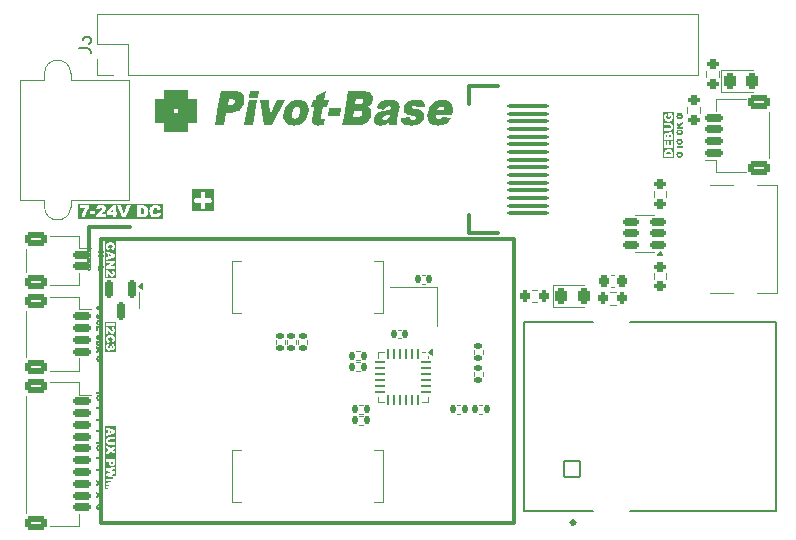
<source format=gto>
G04 #@! TF.GenerationSoftware,KiCad,Pcbnew,8.0.7*
G04 #@! TF.CreationDate,2025-12-07T18:06:09-08:00*
G04 #@! TF.ProjectId,Pivot_Base,5069766f-745f-4426-9173-652e6b696361,rev?*
G04 #@! TF.SameCoordinates,Original*
G04 #@! TF.FileFunction,Legend,Top*
G04 #@! TF.FilePolarity,Positive*
%FSLAX46Y46*%
G04 Gerber Fmt 4.6, Leading zero omitted, Abs format (unit mm)*
G04 Created by KiCad (PCBNEW 8.0.7) date 2025-12-07 18:06:09*
%MOMM*%
%LPD*%
G01*
G04 APERTURE LIST*
G04 Aperture macros list*
%AMRoundRect*
0 Rectangle with rounded corners*
0 $1 Rounding radius*
0 $2 $3 $4 $5 $6 $7 $8 $9 X,Y pos of 4 corners*
0 Add a 4 corners polygon primitive as box body*
4,1,4,$2,$3,$4,$5,$6,$7,$8,$9,$2,$3,0*
0 Add four circle primitives for the rounded corners*
1,1,$1+$1,$2,$3*
1,1,$1+$1,$4,$5*
1,1,$1+$1,$6,$7*
1,1,$1+$1,$8,$9*
0 Add four rect primitives between the rounded corners*
20,1,$1+$1,$2,$3,$4,$5,0*
20,1,$1+$1,$4,$5,$6,$7,0*
20,1,$1+$1,$6,$7,$8,$9,0*
20,1,$1+$1,$8,$9,$2,$3,0*%
G04 Aperture macros list end*
%ADD10C,0.125000*%
%ADD11C,0.100000*%
%ADD12C,0.200000*%
%ADD13C,0.150000*%
%ADD14C,0.375000*%
%ADD15C,0.120000*%
%ADD16C,0.300000*%
%ADD17C,0.127000*%
%ADD18RoundRect,0.150000X-0.625000X0.150000X-0.625000X-0.150000X0.625000X-0.150000X0.625000X0.150000X0*%
%ADD19RoundRect,0.250000X-0.650000X0.350000X-0.650000X-0.350000X0.650000X-0.350000X0.650000X0.350000X0*%
%ADD20RoundRect,0.200000X0.200000X0.275000X-0.200000X0.275000X-0.200000X-0.275000X0.200000X-0.275000X0*%
%ADD21C,0.400000*%
%ADD22RoundRect,0.150000X0.625000X-0.150000X0.625000X0.150000X-0.625000X0.150000X-0.625000X-0.150000X0*%
%ADD23RoundRect,0.250000X0.650000X-0.350000X0.650000X0.350000X-0.650000X0.350000X-0.650000X-0.350000X0*%
%ADD24RoundRect,0.140000X-0.140000X-0.170000X0.140000X-0.170000X0.140000X0.170000X-0.140000X0.170000X0*%
%ADD25RoundRect,0.200000X0.275000X-0.200000X0.275000X0.200000X-0.275000X0.200000X-0.275000X-0.200000X0*%
%ADD26RoundRect,0.150000X0.512500X0.150000X-0.512500X0.150000X-0.512500X-0.150000X0.512500X-0.150000X0*%
%ADD27RoundRect,0.243750X-0.243750X-0.456250X0.243750X-0.456250X0.243750X0.456250X-0.243750X0.456250X0*%
%ADD28RoundRect,0.150000X-0.150000X0.587500X-0.150000X-0.587500X0.150000X-0.587500X0.150000X0.587500X0*%
%ADD29RoundRect,0.135000X-0.185000X0.135000X-0.185000X-0.135000X0.185000X-0.135000X0.185000X0.135000X0*%
%ADD30RoundRect,0.225000X-0.225000X-0.250000X0.225000X-0.250000X0.225000X0.250000X-0.225000X0.250000X0*%
%ADD31RoundRect,0.140000X0.140000X0.170000X-0.140000X0.170000X-0.140000X-0.170000X0.140000X-0.170000X0*%
%ADD32C,3.800000*%
%ADD33C,2.649000*%
%ADD34C,1.734000*%
%ADD35C,1.602000*%
%ADD36RoundRect,0.102000X-0.699000X0.699000X-0.699000X-0.699000X0.699000X-0.699000X0.699000X0.699000X0*%
%ADD37C,3.250000*%
%ADD38O,1.800000X1.000000*%
%ADD39O,2.100000X1.000000*%
%ADD40R,1.240000X0.600000*%
%ADD41R,1.240000X0.300000*%
%ADD42C,0.650000*%
%ADD43RoundRect,0.135000X-0.135000X-0.185000X0.135000X-0.185000X0.135000X0.185000X-0.135000X0.185000X0*%
%ADD44RoundRect,0.100000X-1.650000X-0.100000X1.650000X-0.100000X1.650000X0.100000X-1.650000X0.100000X0*%
%ADD45RoundRect,0.135000X0.185000X-0.135000X0.185000X0.135000X-0.185000X0.135000X-0.185000X-0.135000X0*%
%ADD46R,1.700000X1.700000*%
%ADD47O,1.700000X1.700000*%
%ADD48RoundRect,0.135000X0.135000X0.185000X-0.135000X0.185000X-0.135000X-0.185000X0.135000X-0.185000X0*%
%ADD49C,3.500000*%
%ADD50RoundRect,0.770000X0.980000X-0.980000X0.980000X0.980000X-0.980000X0.980000X-0.980000X-0.980000X0*%
%ADD51C,1.400000*%
%ADD52R,1.400000X1.200000*%
%ADD53R,2.500000X2.500000*%
%ADD54RoundRect,0.062500X-0.375000X0.062500X-0.375000X-0.062500X0.375000X-0.062500X0.375000X0.062500X0*%
%ADD55RoundRect,0.062500X-0.062500X0.375000X-0.062500X-0.375000X0.062500X-0.375000X0.062500X0.375000X0*%
%ADD56C,0.550000*%
%ADD57R,0.300000X1.800000*%
G04 APERTURE END LIST*
D10*
G36*
X156870586Y-117707948D02*
G01*
X156626099Y-117707948D01*
X156870586Y-117421695D01*
X156870586Y-117707948D01*
G37*
G36*
X159352562Y-117364909D02*
G01*
X159402846Y-117371748D01*
X159449306Y-117387616D01*
X159491556Y-117418764D01*
X159494636Y-117422263D01*
X159520062Y-117467696D01*
X159533362Y-117517713D01*
X159539865Y-117571445D01*
X159541625Y-117624905D01*
X159541604Y-117632032D01*
X159539848Y-117684495D01*
X159533704Y-117738696D01*
X159519155Y-117790258D01*
X159496268Y-117828272D01*
X159457362Y-117860111D01*
X159423828Y-117871375D01*
X159372039Y-117878330D01*
X159322784Y-117879895D01*
X159254396Y-117879895D01*
X159254396Y-117364054D01*
X159324249Y-117364054D01*
X159352562Y-117364909D01*
G37*
G36*
X161083023Y-118256742D02*
G01*
X153951415Y-118256742D01*
X153951415Y-117364054D01*
X154062526Y-117364054D01*
X154551256Y-117364054D01*
X154533587Y-117386149D01*
X154499950Y-117430105D01*
X154468580Y-117473749D01*
X154439477Y-117517079D01*
X154412641Y-117560096D01*
X154388072Y-117602800D01*
X154360548Y-117655741D01*
X154336566Y-117708192D01*
X154323562Y-117740245D01*
X154303319Y-117797112D01*
X154288412Y-117845705D01*
X154274651Y-117897053D01*
X154262034Y-117951156D01*
X154250562Y-118008015D01*
X154240235Y-118067630D01*
X154231053Y-118130000D01*
X154526343Y-118130000D01*
X155435170Y-118130000D01*
X156291242Y-118130000D01*
X156291242Y-117879895D01*
X155865771Y-117879895D01*
X155879799Y-117866764D01*
X155918283Y-117833733D01*
X155947397Y-117811820D01*
X155987905Y-117783164D01*
X156030879Y-117753621D01*
X156073523Y-117723009D01*
X156083673Y-117715031D01*
X156360851Y-117715031D01*
X156360851Y-117958053D01*
X156870586Y-117958053D01*
X156870586Y-118130000D01*
X157129972Y-118130000D01*
X157129972Y-117958053D01*
X157256489Y-117958053D01*
X157256489Y-117707948D01*
X157129972Y-117707948D01*
X157129972Y-117113949D01*
X157265038Y-117113949D01*
X157651430Y-118130000D01*
X157999476Y-118130000D01*
X158092905Y-117879895D01*
X158927599Y-117879895D01*
X158927599Y-118130000D01*
X159397766Y-118130000D01*
X159429952Y-118129029D01*
X159480774Y-118123935D01*
X159534649Y-118114475D01*
X159585101Y-118102400D01*
X159599434Y-118098243D01*
X159645878Y-118079238D01*
X159690271Y-118052314D01*
X159728471Y-118021311D01*
X159748593Y-118001526D01*
X159781205Y-117962367D01*
X159809180Y-117918648D01*
X159832519Y-117870369D01*
X159848868Y-117820925D01*
X159859341Y-117770274D01*
X159865472Y-117721370D01*
X159868976Y-117667400D01*
X159869870Y-117619532D01*
X159975401Y-117619532D01*
X159977273Y-117676599D01*
X159982890Y-117730410D01*
X159992252Y-117780965D01*
X160005359Y-117828264D01*
X160026030Y-117880726D01*
X160052093Y-117928499D01*
X160076839Y-117964504D01*
X160108392Y-118003018D01*
X160147766Y-118041482D01*
X160189897Y-118072982D01*
X160234787Y-118097515D01*
X160248271Y-118103342D01*
X160299146Y-118120774D01*
X160347311Y-118132051D01*
X160399684Y-118139945D01*
X160456265Y-118144456D01*
X160506629Y-118145631D01*
X160523569Y-118145477D01*
X160579916Y-118142521D01*
X160631681Y-118135800D01*
X160685232Y-118123512D01*
X160732798Y-118106308D01*
X160759947Y-118093019D01*
X160805240Y-118064440D01*
X160845934Y-118029873D01*
X160882030Y-117989316D01*
X160889451Y-117979432D01*
X160916730Y-117936407D01*
X160940162Y-117887796D01*
X160957509Y-117840677D01*
X160971912Y-117789281D01*
X160684193Y-117705994D01*
X160682813Y-117712035D01*
X160668437Y-117761893D01*
X160648339Y-117807774D01*
X160618492Y-117849609D01*
X160587041Y-117873823D01*
X160538406Y-117891042D01*
X160488799Y-117895526D01*
X160437403Y-117889826D01*
X160389794Y-117870387D01*
X160351535Y-117837152D01*
X160340143Y-117820960D01*
X160320065Y-117772834D01*
X160309765Y-117724209D01*
X160304639Y-117674736D01*
X160302930Y-117618066D01*
X160303932Y-117579172D01*
X160309702Y-117524061D01*
X160322325Y-117472535D01*
X160343963Y-117428290D01*
X160362064Y-117405281D01*
X160400477Y-117373693D01*
X160446385Y-117354740D01*
X160499790Y-117348422D01*
X160532110Y-117350998D01*
X160580635Y-117366741D01*
X160606166Y-117382677D01*
X160641695Y-117419009D01*
X160655132Y-117442684D01*
X160672958Y-117490572D01*
X160963363Y-117426336D01*
X160948350Y-117385093D01*
X160927200Y-117337586D01*
X160903403Y-117294575D01*
X160871352Y-117248897D01*
X160835489Y-117209693D01*
X160795812Y-117176964D01*
X160759163Y-117154307D01*
X160709910Y-117132188D01*
X160654904Y-117115598D01*
X160604671Y-117105998D01*
X160550442Y-117100238D01*
X160492219Y-117098318D01*
X160461848Y-117098846D01*
X160403710Y-117103075D01*
X160349046Y-117111532D01*
X160297854Y-117124217D01*
X160250135Y-117141131D01*
X160205889Y-117162273D01*
X160155465Y-117194647D01*
X160110467Y-117233628D01*
X160094111Y-117250992D01*
X160057839Y-117298343D01*
X160028161Y-117351323D01*
X160009167Y-117397759D01*
X159994394Y-117447799D01*
X159983842Y-117501441D01*
X159977511Y-117558685D01*
X159975401Y-117619532D01*
X159869870Y-117619532D01*
X159869888Y-117618555D01*
X159868684Y-117573857D01*
X159864360Y-117524005D01*
X159856892Y-117475466D01*
X159844731Y-117422428D01*
X159836182Y-117393979D01*
X159816948Y-117345565D01*
X159792768Y-117300745D01*
X159763642Y-117259518D01*
X159745430Y-117238335D01*
X159708952Y-117204233D01*
X159667721Y-117175309D01*
X159621737Y-117151563D01*
X159599484Y-117142747D01*
X159550056Y-117128642D01*
X159501421Y-117120157D01*
X159447761Y-117115272D01*
X159397766Y-117113949D01*
X158927599Y-117113949D01*
X158927599Y-117879895D01*
X158092905Y-117879895D01*
X158379030Y-117113949D01*
X158045882Y-117113949D01*
X157828506Y-117815659D01*
X157607466Y-117113949D01*
X157265038Y-117113949D01*
X157129972Y-117113949D01*
X157129972Y-117098318D01*
X156874738Y-117098318D01*
X156366753Y-117707948D01*
X156360851Y-117715031D01*
X156083673Y-117715031D01*
X156118998Y-117687265D01*
X156158257Y-117652604D01*
X156196201Y-117613533D01*
X156229204Y-117570683D01*
X156245106Y-117544219D01*
X156266938Y-117495530D01*
X156280037Y-117445489D01*
X156284403Y-117394096D01*
X156284214Y-117383233D01*
X156277602Y-117330921D01*
X156261545Y-117281948D01*
X156236043Y-117236315D01*
X156226662Y-117223448D01*
X156190865Y-117185209D01*
X156148103Y-117154125D01*
X156103663Y-117132267D01*
X156075821Y-117122487D01*
X156024675Y-117110286D01*
X155973260Y-117103092D01*
X155924242Y-117099511D01*
X155870655Y-117098318D01*
X155852975Y-117098459D01*
X155802817Y-117100577D01*
X155749770Y-117106260D01*
X155696357Y-117116992D01*
X155645464Y-117134466D01*
X155635409Y-117139079D01*
X155589398Y-117165893D01*
X155550496Y-117198956D01*
X155518702Y-117238269D01*
X155495449Y-117281097D01*
X155478413Y-117327179D01*
X155464796Y-117380802D01*
X155455687Y-117433907D01*
X155751709Y-117458332D01*
X155756976Y-117425980D01*
X155770199Y-117377507D01*
X155795673Y-117334012D01*
X155829748Y-117310696D01*
X155878227Y-117301528D01*
X155914738Y-117306446D01*
X155958094Y-117331325D01*
X155977443Y-117355391D01*
X155989846Y-117403133D01*
X155981542Y-117443738D01*
X155956629Y-117487397D01*
X155923287Y-117523517D01*
X155885841Y-117556349D01*
X155843960Y-117589609D01*
X155801290Y-117621486D01*
X155752679Y-117657817D01*
X155708081Y-117693049D01*
X155667499Y-117727182D01*
X155630931Y-117760216D01*
X155590867Y-117799963D01*
X155557076Y-117837992D01*
X155524808Y-117881360D01*
X155515785Y-117895498D01*
X155491453Y-117939032D01*
X155471226Y-117984249D01*
X155455103Y-118031150D01*
X155443085Y-118079733D01*
X155435170Y-118130000D01*
X154526343Y-118130000D01*
X154530281Y-118085234D01*
X154536321Y-118031661D01*
X154543600Y-117980735D01*
X154553973Y-117923118D01*
X154566132Y-117869314D01*
X154567541Y-117864263D01*
X154964026Y-117864263D01*
X155386322Y-117864263D01*
X155386322Y-117629790D01*
X154964026Y-117629790D01*
X154964026Y-117864263D01*
X154567541Y-117864263D01*
X154580076Y-117819323D01*
X154586446Y-117798834D01*
X154603605Y-117748656D01*
X154622529Y-117699968D01*
X154643218Y-117652771D01*
X154665672Y-117607065D01*
X154689891Y-117562850D01*
X154715875Y-117520125D01*
X154724875Y-117506377D01*
X154753626Y-117465751D01*
X154785005Y-117426052D01*
X154819011Y-117387280D01*
X154855644Y-117349436D01*
X154894905Y-117312519D01*
X154894905Y-117113949D01*
X154062526Y-117113949D01*
X154062526Y-117364054D01*
X153951415Y-117364054D01*
X153951415Y-116987207D01*
X161083023Y-116987207D01*
X161083023Y-118256742D01*
G37*
D11*
G36*
X204950868Y-112819207D02*
G01*
X204825816Y-112819207D01*
X204825816Y-112571056D01*
X205034644Y-112571056D01*
X205049973Y-112592843D01*
X205063674Y-112613784D01*
X205077966Y-112637795D01*
X205089915Y-112660587D01*
X205100891Y-112685636D01*
X205104619Y-112695864D01*
X205111709Y-112720271D01*
X205117058Y-112746584D01*
X205120665Y-112774801D01*
X205122371Y-112800504D01*
X205122815Y-112822992D01*
X205122064Y-112850501D01*
X205119810Y-112876394D01*
X205116053Y-112900671D01*
X205109562Y-112927671D01*
X205100906Y-112952343D01*
X205092041Y-112971126D01*
X205077139Y-112995004D01*
X205059363Y-113016416D01*
X205038711Y-113035362D01*
X205018721Y-113049639D01*
X205000450Y-113060152D01*
X204976979Y-113070860D01*
X204952273Y-113079352D01*
X204926330Y-113085629D01*
X204899150Y-113089690D01*
X204870734Y-113091536D01*
X204860987Y-113091659D01*
X204835669Y-113090816D01*
X204806658Y-113087576D01*
X204779141Y-113081906D01*
X204753117Y-113073806D01*
X204728588Y-113063275D01*
X204716884Y-113057099D01*
X204694892Y-113043010D01*
X204674986Y-113026662D01*
X204657168Y-113008056D01*
X204641436Y-112987192D01*
X204627790Y-112964070D01*
X204623705Y-112955860D01*
X204614141Y-112931405D01*
X204607812Y-112907746D01*
X204603210Y-112881597D01*
X204600333Y-112852958D01*
X204599254Y-112827189D01*
X204599159Y-112816398D01*
X204599546Y-112791129D01*
X204601035Y-112763514D01*
X204603639Y-112738854D01*
X204608089Y-112713816D01*
X204615034Y-112690124D01*
X204625365Y-112667496D01*
X204640130Y-112645028D01*
X204658352Y-112625374D01*
X204664494Y-112620027D01*
X204685045Y-112605310D01*
X204709054Y-112592622D01*
X204733299Y-112583047D01*
X204753276Y-112576918D01*
X204779410Y-112734454D01*
X204757471Y-112745344D01*
X204739382Y-112762998D01*
X204737644Y-112765595D01*
X204727569Y-112789653D01*
X204724263Y-112815713D01*
X204724211Y-112819817D01*
X204726752Y-112846044D01*
X204735534Y-112871446D01*
X204750589Y-112892913D01*
X204756329Y-112898585D01*
X204777448Y-112912753D01*
X204801345Y-112921455D01*
X204826213Y-112926063D01*
X204854774Y-112927866D01*
X204859155Y-112927895D01*
X204885837Y-112926851D01*
X204913102Y-112922997D01*
X204939167Y-112915114D01*
X204961995Y-112901813D01*
X204966133Y-112898219D01*
X204982813Y-112877370D01*
X204992543Y-112854670D01*
X204997269Y-112828242D01*
X204997763Y-112815299D01*
X204996511Y-112790233D01*
X204992756Y-112766328D01*
X204986100Y-112741812D01*
X204977772Y-112718608D01*
X204976392Y-112715159D01*
X204950868Y-112715159D01*
X204950868Y-112819207D01*
G37*
G36*
X204606974Y-112249876D02*
G01*
X204606974Y-112086234D01*
X205115000Y-112086234D01*
X205115000Y-112249876D01*
X204606974Y-112249876D01*
G37*
G36*
X204884062Y-111474778D02*
G01*
X204909384Y-111476997D01*
X204937740Y-111481611D01*
X204963881Y-111488354D01*
X204987806Y-111497227D01*
X205002526Y-111504325D01*
X205026219Y-111518813D01*
X205047505Y-111535885D01*
X205066384Y-111555539D01*
X205082855Y-111577775D01*
X205091186Y-111591642D01*
X205101935Y-111614003D01*
X205110460Y-111638313D01*
X205116761Y-111664573D01*
X205120838Y-111692781D01*
X205122537Y-111717778D01*
X205122815Y-111733425D01*
X205122150Y-111759614D01*
X205120156Y-111784373D01*
X205116007Y-111812193D01*
X205109943Y-111837953D01*
X205101965Y-111861652D01*
X205095582Y-111876307D01*
X205082095Y-111900123D01*
X205065569Y-111921881D01*
X205046004Y-111941583D01*
X205026816Y-111956833D01*
X205009120Y-111968387D01*
X204985879Y-111980339D01*
X204960577Y-111989819D01*
X204933214Y-111996826D01*
X204908838Y-112000775D01*
X204883030Y-112003008D01*
X204861353Y-112003558D01*
X204831277Y-112002466D01*
X204802903Y-111999192D01*
X204776231Y-111993734D01*
X204751261Y-111986094D01*
X204727993Y-111976271D01*
X204706427Y-111964265D01*
X204681863Y-111946188D01*
X204668401Y-111933704D01*
X204652173Y-111915392D01*
X204638108Y-111895381D01*
X204626207Y-111873672D01*
X204616469Y-111850265D01*
X204608896Y-111825159D01*
X204603486Y-111798355D01*
X204600241Y-111769853D01*
X204599172Y-111740020D01*
X204724211Y-111740020D01*
X204727288Y-111766531D01*
X204736518Y-111789584D01*
X204751903Y-111809178D01*
X204755718Y-111812682D01*
X204776812Y-111825964D01*
X204801223Y-111834122D01*
X204826953Y-111838442D01*
X204852254Y-111840052D01*
X204861353Y-111840159D01*
X204887404Y-111839202D01*
X204914074Y-111835665D01*
X204939645Y-111828431D01*
X204962154Y-111816224D01*
X204966256Y-111812926D01*
X204982871Y-111793921D01*
X204993332Y-111771099D01*
X204997640Y-111744462D01*
X204997763Y-111738676D01*
X204995329Y-111713212D01*
X204986914Y-111688998D01*
X204972488Y-111669077D01*
X204966988Y-111663938D01*
X204945610Y-111651128D01*
X204919892Y-111643260D01*
X204892204Y-111639094D01*
X204864621Y-111637541D01*
X204854637Y-111637438D01*
X204826505Y-111638758D01*
X204801950Y-111642720D01*
X204778266Y-111650483D01*
X204757205Y-111663339D01*
X204755230Y-111665037D01*
X204738872Y-111684219D01*
X204728573Y-111707264D01*
X204724332Y-111734174D01*
X204724211Y-111740020D01*
X204599172Y-111740020D01*
X204599159Y-111739653D01*
X204600221Y-111708749D01*
X204603410Y-111679661D01*
X204608724Y-111652390D01*
X204616164Y-111626935D01*
X204625730Y-111603297D01*
X204637421Y-111581475D01*
X204655024Y-111556753D01*
X204667180Y-111543282D01*
X204689755Y-111523334D01*
X204714965Y-111506767D01*
X204737031Y-111495948D01*
X204760783Y-111487293D01*
X204786223Y-111480801D01*
X204813349Y-111476473D01*
X204842162Y-111474310D01*
X204857201Y-111474039D01*
X204884062Y-111474778D01*
G37*
G36*
X204902997Y-110831558D02*
G01*
X204944640Y-110687699D01*
X204970338Y-110694900D01*
X204993898Y-110703574D01*
X205018203Y-110715290D01*
X205039716Y-110728930D01*
X205044658Y-110732640D01*
X205064936Y-110750688D01*
X205082220Y-110771035D01*
X205096509Y-110793681D01*
X205103154Y-110807256D01*
X205111756Y-110831039D01*
X205117900Y-110857814D01*
X205121260Y-110883697D01*
X205122738Y-110911870D01*
X205122815Y-110920341D01*
X205122228Y-110945523D01*
X205119972Y-110973813D01*
X205116025Y-110999999D01*
X205110387Y-111024082D01*
X205101671Y-111049520D01*
X205098757Y-111056262D01*
X205086491Y-111078706D01*
X205070741Y-111099772D01*
X205051509Y-111119459D01*
X205032252Y-111135235D01*
X205014249Y-111147609D01*
X204990363Y-111160640D01*
X204964132Y-111170976D01*
X204940482Y-111177529D01*
X204915205Y-111182210D01*
X204888299Y-111185018D01*
X204859766Y-111185955D01*
X204829342Y-111184899D01*
X204800720Y-111181734D01*
X204773899Y-111176458D01*
X204748879Y-111169071D01*
X204725661Y-111159574D01*
X204699171Y-111144736D01*
X204675496Y-111126599D01*
X204666814Y-111118421D01*
X204647323Y-111095923D01*
X204631136Y-111070711D01*
X204620565Y-111048588D01*
X204612108Y-111024728D01*
X204605766Y-110999132D01*
X204601537Y-110971800D01*
X204599423Y-110942731D01*
X204599159Y-110927546D01*
X204600119Y-110898434D01*
X204602999Y-110871320D01*
X204607799Y-110846203D01*
X204616094Y-110818700D01*
X204627153Y-110794074D01*
X204638482Y-110775749D01*
X204654846Y-110755911D01*
X204674448Y-110737979D01*
X204697287Y-110721953D01*
X204718793Y-110710055D01*
X204742546Y-110699480D01*
X204763168Y-110691973D01*
X204795286Y-110837176D01*
X204771342Y-110846089D01*
X204759504Y-110852807D01*
X204741338Y-110870572D01*
X204733370Y-110883338D01*
X204725499Y-110907600D01*
X204724211Y-110923760D01*
X204727370Y-110950462D01*
X204736846Y-110973417D01*
X204752640Y-110992623D01*
X204764145Y-111001673D01*
X204786267Y-111012493D01*
X204812030Y-111018804D01*
X204839586Y-111021689D01*
X204859033Y-111022190D01*
X204887368Y-111021335D01*
X204912104Y-111018772D01*
X204936417Y-111013622D01*
X204960480Y-111003583D01*
X204968576Y-110997888D01*
X204985193Y-110978758D01*
X204994913Y-110954953D01*
X204997763Y-110929255D01*
X204995521Y-110904452D01*
X204986911Y-110880134D01*
X204974804Y-110864409D01*
X204953887Y-110849485D01*
X204930946Y-110839437D01*
X204906017Y-110832248D01*
X204902997Y-110831558D01*
G37*
G36*
X204606974Y-110622853D02*
G01*
X204606974Y-110459454D01*
X204789424Y-110459454D01*
X204606974Y-110302040D01*
X204606974Y-110084175D01*
X204799071Y-110271998D01*
X205115000Y-110078313D01*
X205115000Y-110279203D01*
X204914232Y-110383983D01*
X204993122Y-110459454D01*
X205115000Y-110459454D01*
X205115000Y-110622853D01*
X204606974Y-110622853D01*
G37*
G36*
X204950868Y-109554168D02*
G01*
X204825816Y-109554168D01*
X204825816Y-109306017D01*
X205034644Y-109306017D01*
X205049973Y-109327805D01*
X205063674Y-109348746D01*
X205077966Y-109372757D01*
X205089915Y-109395549D01*
X205100891Y-109420598D01*
X205104619Y-109430826D01*
X205111709Y-109455233D01*
X205117058Y-109481546D01*
X205120665Y-109509763D01*
X205122371Y-109535466D01*
X205122815Y-109557954D01*
X205122064Y-109585463D01*
X205119810Y-109611356D01*
X205116053Y-109635633D01*
X205109562Y-109662632D01*
X205100906Y-109687304D01*
X205092041Y-109706087D01*
X205077139Y-109729965D01*
X205059363Y-109751378D01*
X205038711Y-109770324D01*
X205018721Y-109784600D01*
X205000450Y-109795114D01*
X204976979Y-109805821D01*
X204952273Y-109814314D01*
X204926330Y-109820590D01*
X204899150Y-109824652D01*
X204870734Y-109826498D01*
X204860987Y-109826621D01*
X204835669Y-109825777D01*
X204806658Y-109822537D01*
X204779141Y-109816867D01*
X204753117Y-109808767D01*
X204728588Y-109798237D01*
X204716884Y-109792061D01*
X204694892Y-109777971D01*
X204674986Y-109761624D01*
X204657168Y-109743018D01*
X204641436Y-109722154D01*
X204627790Y-109699031D01*
X204623705Y-109690822D01*
X204614141Y-109666367D01*
X204607812Y-109642708D01*
X204603210Y-109616559D01*
X204600333Y-109587919D01*
X204599254Y-109562151D01*
X204599159Y-109551359D01*
X204599546Y-109526091D01*
X204601035Y-109498476D01*
X204603639Y-109473815D01*
X204608089Y-109448777D01*
X204615034Y-109425086D01*
X204625365Y-109402458D01*
X204640130Y-109379989D01*
X204658352Y-109360335D01*
X204664494Y-109354988D01*
X204685045Y-109340272D01*
X204709054Y-109327584D01*
X204733299Y-109318009D01*
X204753276Y-109311879D01*
X204779410Y-109469416D01*
X204757471Y-109480305D01*
X204739382Y-109497959D01*
X204737644Y-109500557D01*
X204727569Y-109524615D01*
X204724263Y-109550674D01*
X204724211Y-109554779D01*
X204726752Y-109581006D01*
X204735534Y-109606408D01*
X204750589Y-109627875D01*
X204756329Y-109633547D01*
X204777448Y-109647715D01*
X204801345Y-109656416D01*
X204826213Y-109661024D01*
X204854774Y-109662828D01*
X204859155Y-109662856D01*
X204885837Y-109661813D01*
X204913102Y-109657959D01*
X204939167Y-109650076D01*
X204961995Y-109636774D01*
X204966133Y-109633181D01*
X204982813Y-109612332D01*
X204992543Y-109589632D01*
X204997269Y-109563203D01*
X204997763Y-109550260D01*
X204996511Y-109525195D01*
X204992756Y-109501290D01*
X204986100Y-109476774D01*
X204977772Y-109453569D01*
X204976392Y-109450121D01*
X204950868Y-109450121D01*
X204950868Y-109554168D01*
G37*
D12*
G36*
X167423550Y-107484685D02*
G01*
X167558132Y-107506292D01*
X167692733Y-107551980D01*
X167803200Y-107619725D01*
X167889533Y-107709526D01*
X167959218Y-107836301D01*
X167997915Y-107986840D01*
X168006355Y-108138056D01*
X167994706Y-108282152D01*
X167982345Y-108359212D01*
X167945730Y-108513911D01*
X167895419Y-108655386D01*
X167831413Y-108783637D01*
X167753711Y-108898665D01*
X167662313Y-109000470D01*
X167628803Y-109031466D01*
X167519416Y-109113740D01*
X167396420Y-109178992D01*
X167259813Y-109227222D01*
X167135578Y-109254410D01*
X167001891Y-109269777D01*
X166888137Y-109273560D01*
X166487579Y-109273560D01*
X166292795Y-110324000D01*
X165488625Y-110324000D01*
X165797405Y-108660803D01*
X166601152Y-108660803D01*
X166763573Y-108660803D01*
X166886255Y-108652923D01*
X167012044Y-108619115D01*
X167076814Y-108580106D01*
X167164828Y-108475256D01*
X167200157Y-108374258D01*
X167195612Y-108234275D01*
X167166574Y-108173881D01*
X167057802Y-108107523D01*
X166933124Y-108092136D01*
X166908287Y-108091815D01*
X166707397Y-108091815D01*
X166601152Y-108660803D01*
X165797405Y-108660803D01*
X166016801Y-107479059D01*
X167297854Y-107479059D01*
X167423550Y-107484685D01*
G37*
G36*
X168525785Y-107479059D02*
G01*
X169248744Y-107479059D01*
X169143109Y-108048047D01*
X168420150Y-108048047D01*
X168525785Y-107479059D01*
G37*
G36*
X168387177Y-108223120D02*
G01*
X169110136Y-108223120D01*
X168720569Y-110324000D01*
X167997610Y-110324000D01*
X168387177Y-108223120D01*
G37*
G36*
X169315911Y-108223120D02*
G01*
X170069400Y-108223120D01*
X170169540Y-109471201D01*
X170743510Y-108223120D01*
X171481734Y-108223120D01*
X170317306Y-110324000D01*
X169684717Y-110324000D01*
X169315911Y-108223120D01*
G37*
G36*
X172709188Y-108185101D02*
G01*
X172858805Y-108208456D01*
X172992142Y-108249776D01*
X173109201Y-108309061D01*
X173209981Y-108386311D01*
X173309429Y-108502726D01*
X173337369Y-108547279D01*
X173399922Y-108682979D01*
X173438515Y-108831573D01*
X173452526Y-108969201D01*
X173448934Y-109116302D01*
X173427739Y-109272876D01*
X173393887Y-109418875D01*
X173348050Y-109556392D01*
X173290227Y-109685428D01*
X173220419Y-109805982D01*
X173138625Y-109918054D01*
X173044845Y-110021644D01*
X173003978Y-110060706D01*
X172895816Y-110149166D01*
X172780081Y-110222633D01*
X172656772Y-110281107D01*
X172525891Y-110324587D01*
X172387437Y-110353074D01*
X172241411Y-110366568D01*
X172180879Y-110367768D01*
X172049268Y-110361473D01*
X171928062Y-110342590D01*
X171796350Y-110303312D01*
X171679621Y-110245906D01*
X171562375Y-110156021D01*
X171518371Y-110109945D01*
X171428153Y-109983256D01*
X171364040Y-109842719D01*
X171326029Y-109688333D01*
X171314294Y-109549099D01*
X171319904Y-109418475D01*
X172044093Y-109418475D01*
X172046002Y-109559283D01*
X172079519Y-109673630D01*
X172169708Y-109771281D01*
X172281630Y-109798780D01*
X172407218Y-109770980D01*
X172514509Y-109694872D01*
X172536253Y-109672262D01*
X172613590Y-109555062D01*
X172664657Y-109423308D01*
X172700216Y-109278235D01*
X172703559Y-109260566D01*
X172721908Y-109123168D01*
X172719540Y-108985358D01*
X172685851Y-108872806D01*
X172597690Y-108775689D01*
X172489847Y-108748340D01*
X172362272Y-108776891D01*
X172252644Y-108855056D01*
X172230339Y-108878277D01*
X172151856Y-108995028D01*
X172100885Y-109122588D01*
X172066227Y-109260917D01*
X172063032Y-109277663D01*
X172044093Y-109418475D01*
X171319904Y-109418475D01*
X171320687Y-109400249D01*
X171338852Y-109274244D01*
X171372588Y-109129377D01*
X171418458Y-108992691D01*
X171476462Y-108864186D01*
X171546602Y-108743863D01*
X171628876Y-108631720D01*
X171723284Y-108527759D01*
X171764445Y-108488466D01*
X171873335Y-108399414D01*
X171988963Y-108325456D01*
X172111329Y-108266592D01*
X172240433Y-108222821D01*
X172376275Y-108194143D01*
X172518855Y-108180559D01*
X172577774Y-108179352D01*
X172709188Y-108185101D01*
G37*
G36*
X174912125Y-107463330D02*
G01*
X174770464Y-108223120D01*
X175146598Y-108223120D01*
X175033025Y-108835877D01*
X174656891Y-108835877D01*
X174519505Y-109575835D01*
X174503500Y-109712125D01*
X174507292Y-109745437D01*
X174593999Y-109798780D01*
X174714648Y-109777322D01*
X174837631Y-109737914D01*
X174788172Y-110304167D01*
X174667883Y-110328949D01*
X174537423Y-110349818D01*
X174414443Y-110362737D01*
X174285031Y-110367768D01*
X174149765Y-110361493D01*
X174026999Y-110339801D01*
X173910729Y-110288438D01*
X173818680Y-110188078D01*
X173769262Y-110057036D01*
X173767237Y-110047028D01*
X173757820Y-109899438D01*
X173768451Y-109753908D01*
X173790634Y-109599479D01*
X173802041Y-109535486D01*
X173931490Y-108835877D01*
X173680530Y-108835877D01*
X173794103Y-108223120D01*
X174045063Y-108223120D01*
X174111008Y-107870922D01*
X174912125Y-107463330D01*
G37*
G36*
X175198500Y-108923413D02*
G01*
X176232868Y-108923413D01*
X176111357Y-109579938D01*
X175076989Y-109579938D01*
X175198500Y-108923413D01*
G37*
G36*
X178380455Y-107486127D02*
G01*
X178513449Y-107512242D01*
X178641543Y-107565648D01*
X178744144Y-107644188D01*
X178776047Y-107680120D01*
X178849624Y-107800351D01*
X178889004Y-107935621D01*
X178894189Y-108085929D01*
X178882292Y-108175933D01*
X178846534Y-108308516D01*
X178783351Y-108442887D01*
X178705379Y-108552173D01*
X178664306Y-108597203D01*
X178561106Y-108685316D01*
X178445606Y-108749510D01*
X178421895Y-108758598D01*
X178544323Y-108814548D01*
X178642942Y-108901529D01*
X178711933Y-109007531D01*
X178756977Y-109135638D01*
X178773042Y-109282311D01*
X178762721Y-109430192D01*
X178754065Y-109482827D01*
X178719301Y-109621967D01*
X178668437Y-109752158D01*
X178601473Y-109873400D01*
X178586148Y-109896575D01*
X178503108Y-110003644D01*
X178409692Y-110095755D01*
X178305901Y-110172905D01*
X178283898Y-110186540D01*
X178169127Y-110238581D01*
X178042846Y-110271728D01*
X177970045Y-110284334D01*
X177848764Y-110301688D01*
X177718641Y-110317453D01*
X177619557Y-110324000D01*
X176282327Y-110324000D01*
X176412340Y-109623706D01*
X177219609Y-109623706D01*
X177583531Y-109623706D01*
X177711873Y-109613224D01*
X177832695Y-109570638D01*
X177863189Y-109549163D01*
X177946530Y-109441750D01*
X177976762Y-109347419D01*
X177965283Y-109208528D01*
X177938294Y-109166875D01*
X177821248Y-109109773D01*
X177699188Y-109098553D01*
X177687334Y-109098487D01*
X177317306Y-109098487D01*
X177219609Y-109623706D01*
X176412340Y-109623706D01*
X176615484Y-108529498D01*
X177422331Y-108529498D01*
X177728856Y-108529498D01*
X177852839Y-108519792D01*
X177971936Y-108474303D01*
X177976762Y-108470685D01*
X178055447Y-108364926D01*
X178073849Y-108300399D01*
X178052143Y-108161571D01*
X178040265Y-108147210D01*
X177924034Y-108098361D01*
X177824110Y-108091815D01*
X177504152Y-108091815D01*
X177422331Y-108529498D01*
X176615484Y-108529498D01*
X176810503Y-107479059D01*
X178250925Y-107479059D01*
X178380455Y-107486127D01*
G37*
G36*
X180391046Y-108181315D02*
G01*
X180524111Y-108188368D01*
X180654923Y-108202433D01*
X180754414Y-108220385D01*
X180881096Y-108263437D01*
X180993141Y-108338945D01*
X181042620Y-108392039D01*
X181107254Y-108510058D01*
X181139096Y-108648494D01*
X181148446Y-108789696D01*
X181137713Y-108934303D01*
X181132990Y-108962394D01*
X180964463Y-109869903D01*
X180943425Y-110010240D01*
X180938817Y-110092164D01*
X180954608Y-110227799D01*
X180974843Y-110324000D01*
X180294627Y-110324000D01*
X180262065Y-110191796D01*
X180261043Y-110183120D01*
X180259212Y-110096951D01*
X180159263Y-110178696D01*
X180045559Y-110250323D01*
X179981996Y-110281599D01*
X179852588Y-110327040D01*
X179728881Y-110353547D01*
X179598315Y-110366421D01*
X179538085Y-110367768D01*
X179403304Y-110359619D01*
X179271165Y-110330351D01*
X179150425Y-110271982D01*
X179067917Y-110197482D01*
X178998067Y-110083239D01*
X178963519Y-109939522D01*
X178970556Y-109792461D01*
X178973273Y-109776896D01*
X178987842Y-109723553D01*
X179707833Y-109723553D01*
X179734700Y-109841180D01*
X179851374Y-109885611D01*
X179875750Y-109886316D01*
X179997659Y-109868789D01*
X180090073Y-109830922D01*
X180196708Y-109757185D01*
X180248831Y-109697565D01*
X180306471Y-109573431D01*
X180326378Y-109491718D01*
X180340422Y-109415123D01*
X180219100Y-109453441D01*
X180099194Y-109486407D01*
X180059543Y-109496505D01*
X179940117Y-109531580D01*
X179823009Y-109579340D01*
X179782327Y-109605926D01*
X179708682Y-109719463D01*
X179707833Y-109723553D01*
X178987842Y-109723553D01*
X179010541Y-109640440D01*
X179068919Y-109520013D01*
X179148405Y-109415615D01*
X179166835Y-109396658D01*
X179278939Y-109311454D01*
X179395412Y-109254157D01*
X179516861Y-109211947D01*
X179656542Y-109177133D01*
X179796669Y-109146879D01*
X179917090Y-109120232D01*
X180046997Y-109090312D01*
X180168415Y-109059641D01*
X180176169Y-109057454D01*
X180297527Y-109019157D01*
X180414350Y-108975800D01*
X180422244Y-108972653D01*
X180425316Y-108832871D01*
X180410031Y-108798947D01*
X180295645Y-108750119D01*
X180253105Y-108748340D01*
X180124544Y-108760514D01*
X180004887Y-108808028D01*
X179999093Y-108811941D01*
X179910555Y-108913294D01*
X179857432Y-109012318D01*
X179182101Y-108919994D01*
X179231796Y-108790152D01*
X179288372Y-108667961D01*
X179358153Y-108552012D01*
X179364061Y-108543860D01*
X179450727Y-108445153D01*
X179555935Y-108357959D01*
X179610747Y-108321599D01*
X179727874Y-108264397D01*
X179852175Y-108226005D01*
X179894679Y-108216281D01*
X180016557Y-108195256D01*
X180142908Y-108182958D01*
X180261654Y-108179352D01*
X180391046Y-108181315D01*
G37*
G36*
X181277094Y-109713295D02*
G01*
X182009212Y-109621655D01*
X182038619Y-109757352D01*
X182084316Y-109830922D01*
X182200055Y-109881935D01*
X182262003Y-109886316D01*
X182388523Y-109868752D01*
X182477547Y-109824083D01*
X182550209Y-109715346D01*
X182506246Y-109610713D01*
X182387421Y-109568623D01*
X182260381Y-109539186D01*
X182232694Y-109533434D01*
X182110813Y-109507516D01*
X181987557Y-109477886D01*
X181859052Y-109440752D01*
X181755810Y-109400762D01*
X181645882Y-109322242D01*
X181567009Y-109213708D01*
X181553088Y-109186023D01*
X181513174Y-109055341D01*
X181508530Y-108911114D01*
X181518283Y-108839980D01*
X181556334Y-108702588D01*
X181616751Y-108579096D01*
X181691085Y-108478891D01*
X181790451Y-108383726D01*
X181904681Y-108306986D01*
X182021424Y-108253211D01*
X182140617Y-108217508D01*
X182277006Y-108193489D01*
X182412675Y-108181949D01*
X182523343Y-108179352D01*
X182656395Y-108182232D01*
X182787561Y-108192575D01*
X182908483Y-108213204D01*
X182992289Y-108239533D01*
X183107293Y-108304553D01*
X183203535Y-108402977D01*
X183219435Y-108426233D01*
X183277954Y-108547426D01*
X183315033Y-108678713D01*
X183334840Y-108790741D01*
X182637526Y-108837244D01*
X182585324Y-108712155D01*
X182582572Y-108710043D01*
X182466325Y-108664698D01*
X182409159Y-108660803D01*
X182283720Y-108680521D01*
X182243685Y-108702520D01*
X182176518Y-108802367D01*
X182213765Y-108889903D01*
X182337382Y-108929963D01*
X182460309Y-108951172D01*
X182486706Y-108954872D01*
X182625043Y-108975788D01*
X182746200Y-109000238D01*
X182876728Y-109036867D01*
X182978856Y-109079338D01*
X183090645Y-109156756D01*
X183176998Y-109266636D01*
X183199285Y-109312541D01*
X183236568Y-109450882D01*
X183237490Y-109589188D01*
X183229205Y-109644907D01*
X183191166Y-109779385D01*
X183132913Y-109900123D01*
X183068615Y-109997105D01*
X182979814Y-110096722D01*
X182872171Y-110182714D01*
X182759181Y-110248459D01*
X182718126Y-110267921D01*
X182598791Y-110311604D01*
X182463656Y-110342806D01*
X182332452Y-110359870D01*
X182210364Y-110366890D01*
X182145988Y-110367768D01*
X181998649Y-110363744D01*
X181866516Y-110351673D01*
X181728027Y-110326564D01*
X181594131Y-110282624D01*
X181477601Y-110213093D01*
X181465771Y-110202953D01*
X181376293Y-110097586D01*
X181315311Y-109966902D01*
X181285029Y-109829485D01*
X181277094Y-109713295D01*
G37*
G36*
X184900932Y-108184016D02*
G01*
X185026985Y-108198009D01*
X185157550Y-108226124D01*
X185285014Y-108273803D01*
X185352896Y-108312025D01*
X185456886Y-108396066D01*
X185540107Y-108498932D01*
X185602559Y-108620624D01*
X185628280Y-108696365D01*
X185655452Y-108831004D01*
X185664306Y-108983937D01*
X185657026Y-109132759D01*
X185639624Y-109271469D01*
X185627059Y-109344683D01*
X185608130Y-109448633D01*
X184239149Y-109448633D01*
X184243447Y-109590063D01*
X184277006Y-109681836D01*
X184373369Y-109773084D01*
X184495604Y-109798780D01*
X184616485Y-109778477D01*
X184688556Y-109746805D01*
X184791596Y-109664739D01*
X184832659Y-109622339D01*
X185531804Y-109716030D01*
X185442138Y-109844073D01*
X185351742Y-109956873D01*
X185260616Y-110054431D01*
X185153380Y-110148982D01*
X185045150Y-110222785D01*
X184928564Y-110279277D01*
X184796259Y-110321894D01*
X184670342Y-110347380D01*
X184532877Y-110362671D01*
X184409500Y-110367626D01*
X184383863Y-110367768D01*
X184255256Y-110363608D01*
X184120463Y-110348242D01*
X183986520Y-110316815D01*
X183861472Y-110263783D01*
X183837369Y-110249457D01*
X183729809Y-110162021D01*
X183641450Y-110047605D01*
X183578344Y-109921562D01*
X183560764Y-109874690D01*
X183525731Y-109740650D01*
X183509779Y-109595667D01*
X183512908Y-109439743D01*
X183531299Y-109294333D01*
X183535119Y-109272876D01*
X183569349Y-109124630D01*
X183606794Y-109010950D01*
X184324023Y-109010950D01*
X184951727Y-109010950D01*
X184932837Y-108871556D01*
X184893109Y-108813309D01*
X184776828Y-108756017D01*
X184692830Y-108748340D01*
X184564469Y-108767975D01*
X184452938Y-108826879D01*
X184424163Y-108850922D01*
X184344041Y-108959030D01*
X184324023Y-109010950D01*
X183606794Y-109010950D01*
X183615177Y-108985499D01*
X183672604Y-108855485D01*
X183741628Y-108734588D01*
X183822250Y-108622806D01*
X183914470Y-108520141D01*
X183954606Y-108481627D01*
X184060931Y-108394546D01*
X184174591Y-108322224D01*
X184295586Y-108264662D01*
X184423915Y-108221859D01*
X184559578Y-108193816D01*
X184702576Y-108180533D01*
X184761828Y-108179352D01*
X184900932Y-108184016D01*
G37*
D10*
G36*
X156877046Y-138891120D02*
G01*
X156876862Y-138901810D01*
X156872462Y-138937842D01*
X156856187Y-138970450D01*
X156839245Y-138982952D01*
X156805238Y-138990966D01*
X156783696Y-138987624D01*
X156754631Y-138967201D01*
X156745044Y-138950885D01*
X156736735Y-138916908D01*
X156734799Y-138882400D01*
X156734799Y-138834528D01*
X156877046Y-138834528D01*
X156877046Y-138891120D01*
G37*
G36*
X156827635Y-136287759D02*
G01*
X156603494Y-136358199D01*
X156603494Y-136217833D01*
X156827635Y-136287759D01*
G37*
G36*
X157108013Y-141172188D02*
G01*
X156230279Y-141172188D01*
X156230279Y-140479773D01*
X156319000Y-140479773D01*
X156862000Y-140474302D01*
X156319000Y-140607658D01*
X156319000Y-140777260D01*
X156862000Y-140910959D01*
X156319000Y-140905488D01*
X156319000Y-141094410D01*
X157030235Y-141094410D01*
X157030235Y-140798974D01*
X156622129Y-140693143D01*
X157030235Y-140586800D01*
X157030235Y-140290509D01*
X156319000Y-140290509D01*
X156319000Y-140479773D01*
X156230279Y-140479773D01*
X156230279Y-139398046D01*
X156319000Y-139398046D01*
X156319000Y-139620136D01*
X156745057Y-139739131D01*
X156319000Y-139858639D01*
X156319000Y-140080558D01*
X157030235Y-140238363D01*
X157030235Y-140021231D01*
X156666411Y-139950108D01*
X157030235Y-139846158D01*
X157030235Y-139631591D01*
X156671198Y-139528154D01*
X157030235Y-139457030D01*
X157030235Y-139238872D01*
X156319000Y-139398046D01*
X156230279Y-139398046D01*
X156230279Y-138834528D01*
X156319000Y-138834528D01*
X156581609Y-138834528D01*
X156581609Y-138882400D01*
X156581609Y-138948224D01*
X156582144Y-138972757D01*
X156585413Y-139010980D01*
X156591655Y-139045873D01*
X156603067Y-139083347D01*
X156618759Y-139116025D01*
X156642475Y-139148087D01*
X156671353Y-139173735D01*
X156704731Y-139193084D01*
X156736922Y-139204654D01*
X156772419Y-139211597D01*
X156811222Y-139213911D01*
X156842809Y-139212433D01*
X156877639Y-139206759D01*
X156914035Y-139194761D01*
X156945865Y-139176970D01*
X156973131Y-139153387D01*
X156976644Y-139149546D01*
X156998114Y-139119375D01*
X157014118Y-139083461D01*
X157023487Y-139048106D01*
X157028841Y-139008532D01*
X157030235Y-138972330D01*
X157030235Y-138604745D01*
X156319000Y-138604745D01*
X156319000Y-138834528D01*
X156230279Y-138834528D01*
X156230279Y-137698262D01*
X156319000Y-137698262D01*
X156539038Y-137834525D01*
X156319000Y-137970446D01*
X156319000Y-138228611D01*
X156685559Y-137984808D01*
X157030235Y-138207752D01*
X157030235Y-137956769D01*
X156820284Y-137838970D01*
X157030235Y-137716898D01*
X157030235Y-137463862D01*
X156689491Y-137688688D01*
X156319000Y-137441465D01*
X156319000Y-137698262D01*
X156230279Y-137698262D01*
X156230279Y-137078838D01*
X156308057Y-137078838D01*
X156308150Y-137089979D01*
X156309937Y-137127408D01*
X156313999Y-137162399D01*
X156321425Y-137199404D01*
X156331822Y-137233224D01*
X156346429Y-137264905D01*
X156366975Y-137295535D01*
X156390807Y-137322470D01*
X156396140Y-137327682D01*
X156424427Y-137351097D01*
X156455418Y-137370104D01*
X156489115Y-137384703D01*
X156499718Y-137388247D01*
X156535889Y-137397544D01*
X156573329Y-137402967D01*
X156608110Y-137404535D01*
X157030235Y-137404535D01*
X157030235Y-137176290D01*
X156599048Y-137176290D01*
X156575824Y-137174834D01*
X156541760Y-137165562D01*
X156513050Y-137145858D01*
X156499961Y-137129242D01*
X156486666Y-137095905D01*
X156483131Y-137061570D01*
X156484587Y-137038862D01*
X156493859Y-137005303D01*
X156513563Y-136976598D01*
X156530383Y-136963358D01*
X156564186Y-136949912D01*
X156599048Y-136946336D01*
X157030235Y-136946336D01*
X157030235Y-136718091D01*
X156608110Y-136718091D01*
X156594795Y-136718409D01*
X156559453Y-136721985D01*
X156525132Y-136728601D01*
X156488431Y-136738436D01*
X156464604Y-136747380D01*
X156433509Y-136764691D01*
X156405681Y-136785966D01*
X156386896Y-136803758D01*
X156362966Y-136832088D01*
X156344132Y-136862390D01*
X156331019Y-136893393D01*
X156321300Y-136929043D01*
X156315409Y-136965484D01*
X156314957Y-136969322D01*
X156311224Y-137006648D01*
X156308926Y-137042071D01*
X156308057Y-137078838D01*
X156230279Y-137078838D01*
X156230279Y-136133203D01*
X156319000Y-136133203D01*
X156439362Y-136167397D01*
X156439362Y-136358199D01*
X156439362Y-136407267D01*
X156319000Y-136441803D01*
X156319000Y-136681674D01*
X157030235Y-136412739D01*
X157030235Y-136167568D01*
X156319000Y-135898632D01*
X156319000Y-136133203D01*
X156230279Y-136133203D01*
X156230279Y-135820854D01*
X157108013Y-135820854D01*
X157108013Y-141172188D01*
G37*
D11*
G36*
X155993025Y-132903158D02*
G01*
X155993025Y-133066801D01*
X155485000Y-133066801D01*
X155485000Y-132903158D01*
X155993025Y-132903158D01*
G37*
G36*
X155768722Y-133150568D02*
G01*
X155797096Y-133153843D01*
X155823768Y-133159300D01*
X155848738Y-133166940D01*
X155872006Y-133176763D01*
X155893572Y-133188769D01*
X155918136Y-133206847D01*
X155931598Y-133219330D01*
X155947826Y-133237643D01*
X155961891Y-133257654D01*
X155973792Y-133279363D01*
X155983530Y-133302770D01*
X155991103Y-133327875D01*
X155996513Y-133354679D01*
X155999758Y-133383181D01*
X156000840Y-133413381D01*
X155999778Y-133444286D01*
X155996589Y-133473373D01*
X155991275Y-133500645D01*
X155983835Y-133526099D01*
X155974269Y-133549737D01*
X155962578Y-133571559D01*
X155944975Y-133596281D01*
X155932819Y-133609752D01*
X155910244Y-133629700D01*
X155885034Y-133646267D01*
X155862968Y-133657086D01*
X155839216Y-133665742D01*
X155813776Y-133672233D01*
X155786650Y-133676561D01*
X155757837Y-133678725D01*
X155742798Y-133678995D01*
X155715937Y-133678256D01*
X155690615Y-133676038D01*
X155662259Y-133671424D01*
X155636118Y-133664680D01*
X155612193Y-133655808D01*
X155597473Y-133648709D01*
X155573780Y-133634221D01*
X155552494Y-133617150D01*
X155533615Y-133597496D01*
X155517144Y-133575259D01*
X155508813Y-133561392D01*
X155498064Y-133539031D01*
X155489539Y-133514721D01*
X155483238Y-133488462D01*
X155479161Y-133460253D01*
X155477462Y-133435257D01*
X155477184Y-133419609D01*
X155477317Y-133414358D01*
X155602236Y-133414358D01*
X155604670Y-133439822D01*
X155613085Y-133464036D01*
X155627511Y-133483957D01*
X155633011Y-133489097D01*
X155654389Y-133501907D01*
X155680107Y-133509774D01*
X155707795Y-133513941D01*
X155735378Y-133515493D01*
X155745362Y-133515597D01*
X155773494Y-133514276D01*
X155798049Y-133510314D01*
X155821733Y-133502552D01*
X155842794Y-133489695D01*
X155844769Y-133487997D01*
X155861127Y-133468816D01*
X155871426Y-133445770D01*
X155875667Y-133418860D01*
X155875788Y-133413015D01*
X155872711Y-133386504D01*
X155863481Y-133363451D01*
X155848096Y-133343856D01*
X155844281Y-133340353D01*
X155823187Y-133327070D01*
X155798776Y-133318913D01*
X155773046Y-133314593D01*
X155747745Y-133312983D01*
X155738646Y-133312875D01*
X155712595Y-133313833D01*
X155685925Y-133317370D01*
X155660354Y-133324604D01*
X155637845Y-133336811D01*
X155633743Y-133340108D01*
X155617128Y-133359114D01*
X155606667Y-133381935D01*
X155602359Y-133408573D01*
X155602236Y-133414358D01*
X155477317Y-133414358D01*
X155477849Y-133393420D01*
X155479843Y-133368662D01*
X155483992Y-133340841D01*
X155490056Y-133315081D01*
X155498034Y-133291382D01*
X155504417Y-133276727D01*
X155517904Y-133252912D01*
X155534430Y-133231153D01*
X155553995Y-133211452D01*
X155573183Y-133196202D01*
X155590879Y-133184648D01*
X155614120Y-133172695D01*
X155639422Y-133163216D01*
X155666785Y-133156209D01*
X155691161Y-133152259D01*
X155716969Y-133150026D01*
X155738646Y-133149477D01*
X155768722Y-133150568D01*
G37*
G36*
X155993025Y-134480600D02*
G01*
X155992029Y-134506459D01*
X155988205Y-134534726D01*
X155981513Y-134559979D01*
X155970081Y-134585632D01*
X155954746Y-134607183D01*
X155952236Y-134609927D01*
X155932761Y-134626772D01*
X155910025Y-134639479D01*
X155884028Y-134648050D01*
X155859149Y-134652102D01*
X155836587Y-134653158D01*
X155808871Y-134651505D01*
X155783516Y-134646546D01*
X155760522Y-134638282D01*
X155736681Y-134624461D01*
X155716053Y-134606141D01*
X155699113Y-134583240D01*
X155687905Y-134559898D01*
X155679753Y-134533131D01*
X155675295Y-134508207D01*
X155672960Y-134480905D01*
X155672578Y-134463381D01*
X155672578Y-134416364D01*
X155781999Y-134416364D01*
X155783382Y-134441013D01*
X155789317Y-134465282D01*
X155796165Y-134476937D01*
X155816926Y-134491525D01*
X155832313Y-134493912D01*
X155856604Y-134488187D01*
X155868705Y-134479257D01*
X155880330Y-134455966D01*
X155883473Y-134430229D01*
X155883604Y-134422593D01*
X155883604Y-134382170D01*
X155781999Y-134382170D01*
X155781999Y-134416364D01*
X155672578Y-134416364D01*
X155672578Y-134382170D01*
X155485000Y-134382170D01*
X155485000Y-134218039D01*
X155993025Y-134218039D01*
X155993025Y-134480600D01*
G37*
G36*
X155993025Y-135452687D02*
G01*
X155992029Y-135478545D01*
X155988205Y-135506813D01*
X155981513Y-135532066D01*
X155970081Y-135557719D01*
X155954746Y-135579270D01*
X155952236Y-135582013D01*
X155932761Y-135598858D01*
X155910025Y-135611566D01*
X155884028Y-135620136D01*
X155859149Y-135624189D01*
X155836587Y-135625244D01*
X155808871Y-135623592D01*
X155783516Y-135618633D01*
X155760522Y-135610368D01*
X155736681Y-135596548D01*
X155716053Y-135578228D01*
X155699113Y-135555326D01*
X155687905Y-135531985D01*
X155679753Y-135505217D01*
X155675295Y-135480294D01*
X155672960Y-135452991D01*
X155672578Y-135435468D01*
X155672578Y-135388451D01*
X155781999Y-135388451D01*
X155783382Y-135413100D01*
X155789317Y-135437369D01*
X155796165Y-135449023D01*
X155816926Y-135463611D01*
X155832313Y-135465998D01*
X155856604Y-135460274D01*
X155868705Y-135451344D01*
X155880330Y-135428053D01*
X155883473Y-135402316D01*
X155883604Y-135394679D01*
X155883604Y-135354257D01*
X155781999Y-135354257D01*
X155781999Y-135388451D01*
X155672578Y-135388451D01*
X155672578Y-135354257D01*
X155485000Y-135354257D01*
X155485000Y-135190126D01*
X155993025Y-135190126D01*
X155993025Y-135452687D01*
G37*
G36*
X155993025Y-136424773D02*
G01*
X155992029Y-136450632D01*
X155988205Y-136478899D01*
X155981513Y-136504152D01*
X155970081Y-136529805D01*
X155954746Y-136551356D01*
X155952236Y-136554100D01*
X155932761Y-136570945D01*
X155910025Y-136583652D01*
X155884028Y-136592223D01*
X155859149Y-136596276D01*
X155836587Y-136597331D01*
X155808871Y-136595678D01*
X155783516Y-136590719D01*
X155760522Y-136582455D01*
X155736681Y-136568634D01*
X155716053Y-136550314D01*
X155699113Y-136527413D01*
X155687905Y-136504071D01*
X155679753Y-136477304D01*
X155675295Y-136452380D01*
X155672960Y-136425078D01*
X155672578Y-136407554D01*
X155672578Y-136360538D01*
X155781999Y-136360538D01*
X155783382Y-136385186D01*
X155789317Y-136409456D01*
X155796165Y-136421110D01*
X155816926Y-136435698D01*
X155832313Y-136438085D01*
X155856604Y-136432360D01*
X155868705Y-136423430D01*
X155880330Y-136400139D01*
X155883473Y-136374402D01*
X155883604Y-136366766D01*
X155883604Y-136326344D01*
X155781999Y-136326344D01*
X155781999Y-136360538D01*
X155672578Y-136360538D01*
X155672578Y-136326344D01*
X155485000Y-136326344D01*
X155485000Y-136162212D01*
X155993025Y-136162212D01*
X155993025Y-136424773D01*
G37*
G36*
X155993025Y-137141260D02*
G01*
X155993025Y-137304903D01*
X155485000Y-137304903D01*
X155485000Y-137141260D01*
X155993025Y-137141260D01*
G37*
G36*
X155768722Y-137388670D02*
G01*
X155797096Y-137391945D01*
X155823768Y-137397402D01*
X155848738Y-137405042D01*
X155872006Y-137414865D01*
X155893572Y-137426871D01*
X155918136Y-137444949D01*
X155931598Y-137457432D01*
X155947826Y-137475745D01*
X155961891Y-137495755D01*
X155973792Y-137517464D01*
X155983530Y-137540872D01*
X155991103Y-137565977D01*
X155996513Y-137592781D01*
X155999758Y-137621283D01*
X156000840Y-137651483D01*
X155999778Y-137682387D01*
X155996589Y-137711475D01*
X155991275Y-137738747D01*
X155983835Y-137764201D01*
X155974269Y-137787839D01*
X155962578Y-137809661D01*
X155944975Y-137834383D01*
X155932819Y-137847854D01*
X155910244Y-137867802D01*
X155885034Y-137884369D01*
X155862968Y-137895188D01*
X155839216Y-137903844D01*
X155813776Y-137910335D01*
X155786650Y-137914663D01*
X155757837Y-137916827D01*
X155742798Y-137917097D01*
X155715937Y-137916358D01*
X155690615Y-137914140D01*
X155662259Y-137909526D01*
X155636118Y-137902782D01*
X155612193Y-137893909D01*
X155597473Y-137886811D01*
X155573780Y-137872323D01*
X155552494Y-137855252D01*
X155533615Y-137835598D01*
X155517144Y-137813361D01*
X155508813Y-137799494D01*
X155498064Y-137777133D01*
X155489539Y-137752823D01*
X155483238Y-137726563D01*
X155479161Y-137698355D01*
X155477462Y-137673359D01*
X155477184Y-137657711D01*
X155477317Y-137652460D01*
X155602236Y-137652460D01*
X155604670Y-137677924D01*
X155613085Y-137702138D01*
X155627511Y-137722059D01*
X155633011Y-137727198D01*
X155654389Y-137740009D01*
X155680107Y-137747876D01*
X155707795Y-137752042D01*
X155735378Y-137753595D01*
X155745362Y-137753699D01*
X155773494Y-137752378D01*
X155798049Y-137748416D01*
X155821733Y-137740654D01*
X155842794Y-137727797D01*
X155844769Y-137726099D01*
X155861127Y-137706918D01*
X155871426Y-137683872D01*
X155875667Y-137656962D01*
X155875788Y-137651117D01*
X155872711Y-137624605D01*
X155863481Y-137601553D01*
X155848096Y-137581958D01*
X155844281Y-137578455D01*
X155823187Y-137565172D01*
X155798776Y-137557015D01*
X155773046Y-137552695D01*
X155747745Y-137551085D01*
X155738646Y-137550977D01*
X155712595Y-137551935D01*
X155685925Y-137555472D01*
X155660354Y-137562706D01*
X155637845Y-137574913D01*
X155633743Y-137578210D01*
X155617128Y-137597215D01*
X155606667Y-137620037D01*
X155602359Y-137646675D01*
X155602236Y-137652460D01*
X155477317Y-137652460D01*
X155477849Y-137631522D01*
X155479843Y-137606764D01*
X155483992Y-137578943D01*
X155490056Y-137553183D01*
X155498034Y-137529484D01*
X155504417Y-137514829D01*
X155517904Y-137491014D01*
X155534430Y-137469255D01*
X155553995Y-137449553D01*
X155573183Y-137434304D01*
X155590879Y-137422750D01*
X155614120Y-137410797D01*
X155639422Y-137401317D01*
X155666785Y-137394311D01*
X155691161Y-137390361D01*
X155716969Y-137388128D01*
X155738646Y-137387579D01*
X155768722Y-137388670D01*
G37*
G36*
X155993025Y-138718702D02*
G01*
X155992029Y-138744561D01*
X155988205Y-138772828D01*
X155981513Y-138798081D01*
X155970081Y-138823734D01*
X155954746Y-138845285D01*
X155952236Y-138848029D01*
X155932761Y-138864874D01*
X155910025Y-138877581D01*
X155884028Y-138886151D01*
X155859149Y-138890204D01*
X155836587Y-138891260D01*
X155808871Y-138889607D01*
X155783516Y-138884648D01*
X155760522Y-138876383D01*
X155736681Y-138862563D01*
X155716053Y-138844243D01*
X155699113Y-138821342D01*
X155687905Y-138798000D01*
X155679753Y-138771233D01*
X155675295Y-138746309D01*
X155672960Y-138719007D01*
X155672578Y-138701483D01*
X155672578Y-138654466D01*
X155781999Y-138654466D01*
X155783382Y-138679115D01*
X155789317Y-138703384D01*
X155796165Y-138715039D01*
X155816926Y-138729626D01*
X155832313Y-138732013D01*
X155856604Y-138726289D01*
X155868705Y-138717359D01*
X155880330Y-138694068D01*
X155883473Y-138668331D01*
X155883604Y-138660695D01*
X155883604Y-138620272D01*
X155781999Y-138620272D01*
X155781999Y-138654466D01*
X155672578Y-138654466D01*
X155672578Y-138620272D01*
X155485000Y-138620272D01*
X155485000Y-138456141D01*
X155993025Y-138456141D01*
X155993025Y-138718702D01*
G37*
G36*
X155993025Y-139690789D02*
G01*
X155992029Y-139716647D01*
X155988205Y-139744914D01*
X155981513Y-139770168D01*
X155970081Y-139795821D01*
X155954746Y-139817372D01*
X155952236Y-139820115D01*
X155932761Y-139836960D01*
X155910025Y-139849668D01*
X155884028Y-139858238D01*
X155859149Y-139862291D01*
X155836587Y-139863346D01*
X155808871Y-139861693D01*
X155783516Y-139856735D01*
X155760522Y-139848470D01*
X155736681Y-139834650D01*
X155716053Y-139816330D01*
X155699113Y-139793428D01*
X155687905Y-139770087D01*
X155679753Y-139743319D01*
X155675295Y-139718396D01*
X155672960Y-139691093D01*
X155672578Y-139673570D01*
X155672578Y-139626553D01*
X155781999Y-139626553D01*
X155783382Y-139651201D01*
X155789317Y-139675471D01*
X155796165Y-139687125D01*
X155816926Y-139701713D01*
X155832313Y-139704100D01*
X155856604Y-139698376D01*
X155868705Y-139689445D01*
X155880330Y-139666155D01*
X155883473Y-139640418D01*
X155883604Y-139632781D01*
X155883604Y-139592359D01*
X155781999Y-139592359D01*
X155781999Y-139626553D01*
X155672578Y-139626553D01*
X155672578Y-139592359D01*
X155485000Y-139592359D01*
X155485000Y-139428228D01*
X155993025Y-139428228D01*
X155993025Y-139690789D01*
G37*
G36*
X155993025Y-140540632D02*
G01*
X155993025Y-140715754D01*
X155485000Y-140907851D01*
X155485000Y-140736515D01*
X155570973Y-140711846D01*
X155570973Y-140676797D01*
X155688210Y-140676797D01*
X155848311Y-140626483D01*
X155688210Y-140576535D01*
X155688210Y-140676797D01*
X155570973Y-140676797D01*
X155570973Y-140540510D01*
X155485000Y-140516085D01*
X155485000Y-140348535D01*
X155993025Y-140540632D01*
G37*
G36*
X155993025Y-141551797D02*
G01*
X155993025Y-141726919D01*
X155485000Y-141919016D01*
X155485000Y-141747680D01*
X155570973Y-141723011D01*
X155570973Y-141687963D01*
X155688210Y-141687963D01*
X155848311Y-141637649D01*
X155688210Y-141587701D01*
X155688210Y-141687963D01*
X155570973Y-141687963D01*
X155570973Y-141551675D01*
X155485000Y-141527251D01*
X155485000Y-141359700D01*
X155993025Y-141551797D01*
G37*
G36*
X155649131Y-142676535D02*
G01*
X155774183Y-142676535D01*
X155774183Y-142924686D01*
X155565355Y-142924686D01*
X155550026Y-142902899D01*
X155536325Y-142881958D01*
X155522033Y-142857947D01*
X155510084Y-142835155D01*
X155499108Y-142810106D01*
X155495380Y-142799878D01*
X155488290Y-142775471D01*
X155482941Y-142749158D01*
X155479334Y-142720941D01*
X155477628Y-142695238D01*
X155477184Y-142672750D01*
X155477935Y-142645241D01*
X155480189Y-142619348D01*
X155483946Y-142595071D01*
X155490437Y-142568071D01*
X155499093Y-142543399D01*
X155507958Y-142524616D01*
X155522860Y-142500738D01*
X155540636Y-142479326D01*
X155561288Y-142460380D01*
X155581278Y-142446103D01*
X155599549Y-142435590D01*
X155623020Y-142424882D01*
X155647726Y-142416390D01*
X155673669Y-142410113D01*
X155700849Y-142406052D01*
X155729265Y-142404206D01*
X155739012Y-142404083D01*
X155764330Y-142404926D01*
X155793341Y-142408166D01*
X155820858Y-142413836D01*
X155846882Y-142421937D01*
X155871411Y-142432467D01*
X155883115Y-142438643D01*
X155905107Y-142452732D01*
X155925013Y-142469080D01*
X155942831Y-142487686D01*
X155958563Y-142508550D01*
X155972209Y-142531672D01*
X155976294Y-142539882D01*
X155985858Y-142564337D01*
X155992187Y-142587996D01*
X155996789Y-142614145D01*
X155999666Y-142642784D01*
X156000745Y-142668553D01*
X156000840Y-142679344D01*
X156000453Y-142704613D01*
X155998964Y-142732228D01*
X155996360Y-142756888D01*
X155991910Y-142781926D01*
X155984965Y-142805618D01*
X155974634Y-142828246D01*
X155959869Y-142850714D01*
X155941647Y-142870368D01*
X155935505Y-142875716D01*
X155914954Y-142890432D01*
X155890945Y-142903120D01*
X155866700Y-142912695D01*
X155846723Y-142918824D01*
X155820589Y-142761288D01*
X155842528Y-142750398D01*
X155860617Y-142732744D01*
X155862355Y-142730147D01*
X155872430Y-142706089D01*
X155875736Y-142680029D01*
X155875788Y-142675925D01*
X155873247Y-142649698D01*
X155864465Y-142624296D01*
X155849410Y-142602829D01*
X155843670Y-142597157D01*
X155822551Y-142582989D01*
X155798654Y-142574287D01*
X155773786Y-142569679D01*
X155745225Y-142567876D01*
X155740844Y-142567847D01*
X155714162Y-142568891D01*
X155686897Y-142572745D01*
X155660832Y-142580628D01*
X155638004Y-142593929D01*
X155633866Y-142597523D01*
X155617186Y-142618372D01*
X155607456Y-142641072D01*
X155602730Y-142667500D01*
X155602236Y-142680443D01*
X155603488Y-142705509D01*
X155607243Y-142729414D01*
X155613899Y-142753930D01*
X155622227Y-142777134D01*
X155623607Y-142780583D01*
X155649131Y-142780583D01*
X155649131Y-142676535D01*
G37*
D10*
G36*
X203932422Y-112595140D02*
G01*
X203969146Y-112596369D01*
X204007087Y-112600670D01*
X204043180Y-112610854D01*
X204069790Y-112626875D01*
X204092078Y-112654110D01*
X204099962Y-112677583D01*
X204104831Y-112713836D01*
X204105926Y-112748314D01*
X204105926Y-112796186D01*
X203744838Y-112796186D01*
X203744838Y-112747288D01*
X203745436Y-112727469D01*
X203750223Y-112692271D01*
X203761331Y-112659749D01*
X203783135Y-112630174D01*
X203785584Y-112628018D01*
X203817387Y-112610219D01*
X203852399Y-112600910D01*
X203890011Y-112596357D01*
X203927434Y-112595125D01*
X203932422Y-112595140D01*
G37*
G36*
X203787642Y-111153869D02*
G01*
X203818013Y-111171287D01*
X203830004Y-111203717D01*
X203831290Y-111222578D01*
X203832374Y-111238478D01*
X203832374Y-111327725D01*
X203722953Y-111327725D01*
X203722953Y-111236939D01*
X203724949Y-111205428D01*
X203737144Y-111171287D01*
X203743868Y-111164159D01*
X203776296Y-111152993D01*
X203787642Y-111153869D01*
G37*
G36*
X204057851Y-111127650D02*
G01*
X204087461Y-111146496D01*
X204091789Y-111152352D01*
X204103330Y-111186033D01*
X204105926Y-111222065D01*
X204105926Y-111327725D01*
X203974621Y-111327725D01*
X203974621Y-111222578D01*
X203974775Y-111212524D01*
X203978453Y-111178319D01*
X203992060Y-111146325D01*
X204004045Y-111135146D01*
X204038051Y-111125125D01*
X204057851Y-111127650D01*
G37*
G36*
X204369720Y-113102722D02*
G01*
X203481044Y-113102722D01*
X203481044Y-112695826D01*
X203569764Y-112695826D01*
X203569764Y-112747288D01*
X203569764Y-113024944D01*
X204281000Y-113024944D01*
X204281000Y-112695826D01*
X204280320Y-112673296D01*
X204276754Y-112637721D01*
X204270132Y-112600008D01*
X204261680Y-112564692D01*
X204258770Y-112554659D01*
X204245466Y-112522148D01*
X204226619Y-112491073D01*
X204204918Y-112464333D01*
X204191068Y-112450248D01*
X204163657Y-112427420D01*
X204133053Y-112407837D01*
X204099258Y-112391500D01*
X204064648Y-112380056D01*
X204029192Y-112372724D01*
X203994959Y-112368432D01*
X203957180Y-112365980D01*
X203922988Y-112365341D01*
X203891700Y-112366184D01*
X203856803Y-112369211D01*
X203822826Y-112374439D01*
X203785699Y-112382951D01*
X203765785Y-112388935D01*
X203731895Y-112402399D01*
X203700521Y-112419325D01*
X203671662Y-112439713D01*
X203656834Y-112452462D01*
X203632963Y-112477997D01*
X203612716Y-112506858D01*
X203596094Y-112539047D01*
X203589923Y-112554624D01*
X203580049Y-112589224D01*
X203574110Y-112623268D01*
X203570690Y-112660830D01*
X203569764Y-112695826D01*
X203481044Y-112695826D01*
X203481044Y-111671887D01*
X203569764Y-111671887D01*
X203569764Y-112266521D01*
X204281000Y-112266521D01*
X204281000Y-111661287D01*
X204105926Y-111661287D01*
X204105926Y-112037250D01*
X203985563Y-112037250D01*
X203985563Y-111698217D01*
X203832374Y-111698217D01*
X203832374Y-112037250D01*
X203744838Y-112037250D01*
X203744838Y-111671887D01*
X203569764Y-111671887D01*
X203481044Y-111671887D01*
X203481044Y-111145129D01*
X203569764Y-111145129D01*
X203569764Y-111236939D01*
X203569764Y-111558363D01*
X204281000Y-111558363D01*
X204281000Y-111176929D01*
X204279605Y-111151644D01*
X204275877Y-111116259D01*
X204271083Y-111078621D01*
X204268499Y-111061629D01*
X204260388Y-111026503D01*
X204246464Y-110993820D01*
X204227800Y-110967193D01*
X204202913Y-110942300D01*
X204173459Y-110922013D01*
X204140272Y-110907120D01*
X204104418Y-110898409D01*
X204069510Y-110895854D01*
X204052105Y-110896434D01*
X204015700Y-110901977D01*
X203983109Y-110913390D01*
X203951369Y-110932955D01*
X203945597Y-110937659D01*
X203920523Y-110963826D01*
X203901759Y-110994400D01*
X203889307Y-111029382D01*
X203888605Y-111027304D01*
X203872470Y-110995744D01*
X203848958Y-110969030D01*
X203843334Y-110964144D01*
X203813191Y-110944442D01*
X203779675Y-110932621D01*
X203742786Y-110928681D01*
X203711759Y-110931372D01*
X203675210Y-110942743D01*
X203645878Y-110960321D01*
X203619517Y-110984930D01*
X203602609Y-111007700D01*
X203587304Y-111038505D01*
X203576761Y-111073874D01*
X203571513Y-111107824D01*
X203569764Y-111145129D01*
X203481044Y-111145129D01*
X203481044Y-110350631D01*
X203569764Y-110350631D01*
X204000951Y-110350631D01*
X204024175Y-110352087D01*
X204058239Y-110361360D01*
X204086949Y-110381064D01*
X204100038Y-110397680D01*
X204113333Y-110431017D01*
X204116868Y-110465352D01*
X204115412Y-110488059D01*
X204106140Y-110521619D01*
X204086436Y-110550324D01*
X204069616Y-110563563D01*
X204035813Y-110577010D01*
X204000951Y-110580586D01*
X203569764Y-110580586D01*
X203569764Y-110808831D01*
X203991889Y-110808831D01*
X204005204Y-110808513D01*
X204040546Y-110804936D01*
X204074867Y-110798320D01*
X204111568Y-110788485D01*
X204135395Y-110779541D01*
X204166490Y-110762231D01*
X204194318Y-110740956D01*
X204213103Y-110723164D01*
X204237033Y-110694834D01*
X204255867Y-110664532D01*
X204268980Y-110633528D01*
X204278699Y-110597878D01*
X204284590Y-110561437D01*
X204285042Y-110557600D01*
X204288775Y-110520274D01*
X204291073Y-110484851D01*
X204291942Y-110448084D01*
X204291849Y-110436942D01*
X204290062Y-110399513D01*
X204286000Y-110364522D01*
X204278574Y-110327518D01*
X204268177Y-110293698D01*
X204253570Y-110262017D01*
X204233024Y-110231386D01*
X204209192Y-110204452D01*
X204203859Y-110199240D01*
X204175572Y-110175825D01*
X204144581Y-110156818D01*
X204110884Y-110142219D01*
X204100281Y-110138674D01*
X204064110Y-110129378D01*
X204026670Y-110123955D01*
X203991889Y-110122386D01*
X203569764Y-110122386D01*
X203569764Y-110350631D01*
X203481044Y-110350631D01*
X203481044Y-109647431D01*
X203558822Y-109647431D01*
X203558956Y-109662540D01*
X203560467Y-109698615D01*
X203564494Y-109738710D01*
X203570937Y-109775319D01*
X203579797Y-109808442D01*
X203593187Y-109842679D01*
X203598906Y-109854172D01*
X203618010Y-109886544D01*
X203640035Y-109915754D01*
X203664981Y-109941802D01*
X203692849Y-109964688D01*
X203723637Y-109984413D01*
X203740023Y-109993060D01*
X203774364Y-110007802D01*
X203810797Y-110019142D01*
X203849321Y-110027081D01*
X203889937Y-110031617D01*
X203925382Y-110032798D01*
X203939027Y-110032626D01*
X203978810Y-110030041D01*
X204016862Y-110024355D01*
X204053182Y-110015567D01*
X204087771Y-110003678D01*
X204120630Y-109988688D01*
X204146210Y-109973969D01*
X204174196Y-109953981D01*
X204203108Y-109927457D01*
X204227995Y-109897480D01*
X204248857Y-109864050D01*
X204261269Y-109837755D01*
X204273387Y-109803213D01*
X204282475Y-109765414D01*
X204287734Y-109731426D01*
X204290890Y-109695176D01*
X204291942Y-109656664D01*
X204291320Y-109625180D01*
X204288931Y-109589197D01*
X204283881Y-109549692D01*
X204276393Y-109512855D01*
X204266467Y-109478684D01*
X204261248Y-109464366D01*
X204245881Y-109429296D01*
X204229153Y-109397388D01*
X204209143Y-109363772D01*
X204189962Y-109334455D01*
X204168501Y-109303953D01*
X203876143Y-109303953D01*
X203876143Y-109651364D01*
X204051216Y-109651364D01*
X204051216Y-109505697D01*
X204086949Y-109505697D01*
X204088881Y-109510525D01*
X204100541Y-109543012D01*
X204109859Y-109577334D01*
X204115116Y-109610801D01*
X204116868Y-109645893D01*
X204116176Y-109664013D01*
X204109560Y-109701013D01*
X204095939Y-109732793D01*
X204072587Y-109761981D01*
X204066793Y-109767012D01*
X204034834Y-109785635D01*
X203998343Y-109796670D01*
X203960172Y-109802066D01*
X203922817Y-109803527D01*
X203916683Y-109803487D01*
X203876698Y-109800963D01*
X203841884Y-109794511D01*
X203808427Y-109782329D01*
X203778861Y-109762494D01*
X203770825Y-109754553D01*
X203749747Y-109724499D01*
X203737452Y-109688936D01*
X203733896Y-109652219D01*
X203733969Y-109646472D01*
X203738597Y-109609989D01*
X203752702Y-109576308D01*
X203755135Y-109572671D01*
X203780459Y-109547956D01*
X203811174Y-109532711D01*
X203774586Y-109312159D01*
X203746619Y-109320741D01*
X203712676Y-109334146D01*
X203679063Y-109351909D01*
X203650291Y-109372512D01*
X203641693Y-109379998D01*
X203616182Y-109407513D01*
X203595512Y-109438969D01*
X203581048Y-109470648D01*
X203571324Y-109503817D01*
X203565095Y-109538870D01*
X203561449Y-109573395D01*
X203559365Y-109612055D01*
X203558822Y-109647431D01*
X203481044Y-109647431D01*
X203481044Y-109226175D01*
X204369720Y-109226175D01*
X204369720Y-113102722D01*
G37*
D11*
G36*
X155993025Y-125496337D02*
G01*
X155993025Y-125667551D01*
X155642170Y-125778071D01*
X155993025Y-125886759D01*
X155993025Y-126053332D01*
X155485000Y-125863556D01*
X155485000Y-125689533D01*
X155993025Y-125496337D01*
G37*
G36*
X155663053Y-126298064D02*
G01*
X155672822Y-126453768D01*
X155648577Y-126458348D01*
X155624814Y-126467224D01*
X155615914Y-126472942D01*
X155599227Y-126491063D01*
X155589467Y-126513861D01*
X155586605Y-126538643D01*
X155589316Y-126563634D01*
X155599899Y-126586187D01*
X155600771Y-126587247D01*
X155621259Y-126602109D01*
X155633377Y-126604100D01*
X155656539Y-126595898D01*
X155664640Y-126588224D01*
X155677039Y-126565257D01*
X155684787Y-126541358D01*
X155691529Y-126514113D01*
X155692362Y-126510311D01*
X155698254Y-126485402D01*
X155706306Y-126456852D01*
X155715122Y-126431177D01*
X155724701Y-126408376D01*
X155737203Y-126384808D01*
X155753178Y-126362544D01*
X155771132Y-126344890D01*
X155794140Y-126330024D01*
X155819805Y-126320821D01*
X155844440Y-126317414D01*
X155851852Y-126317237D01*
X155878437Y-126319964D01*
X155903954Y-126328146D01*
X155926224Y-126340318D01*
X155946639Y-126357050D01*
X155962463Y-126375922D01*
X155975872Y-126398407D01*
X155981057Y-126409561D01*
X155989712Y-126434672D01*
X155995257Y-126460075D01*
X155998503Y-126484398D01*
X156000357Y-126511074D01*
X156000840Y-126535101D01*
X155999955Y-126564546D01*
X155997298Y-126591742D01*
X155992871Y-126616691D01*
X155985220Y-126643661D01*
X155975019Y-126667395D01*
X155964570Y-126684700D01*
X155946464Y-126705420D01*
X155923881Y-126722167D01*
X155900962Y-126733358D01*
X155874754Y-126741630D01*
X155850402Y-126746293D01*
X155845258Y-126746982D01*
X155836465Y-126592621D01*
X155861238Y-126585765D01*
X155882377Y-126572125D01*
X155885191Y-126568929D01*
X155896150Y-126546281D01*
X155899222Y-126521677D01*
X155899235Y-126519714D01*
X155895990Y-126494937D01*
X155888977Y-126481490D01*
X155867195Y-126469143D01*
X155864553Y-126469034D01*
X155846357Y-126479048D01*
X155835884Y-126501734D01*
X155829535Y-126526887D01*
X155829016Y-126529362D01*
X155823623Y-126554105D01*
X155816829Y-126582495D01*
X155809975Y-126608065D01*
X155801672Y-126635025D01*
X155791876Y-126661346D01*
X155784808Y-126676762D01*
X155771142Y-126700119D01*
X155755699Y-126719631D01*
X155736455Y-126736802D01*
X155728143Y-126742341D01*
X155706138Y-126753225D01*
X155682558Y-126760078D01*
X155657403Y-126762899D01*
X155652184Y-126762980D01*
X155625099Y-126760806D01*
X155599213Y-126754286D01*
X155574524Y-126743418D01*
X155561325Y-126735503D01*
X155541824Y-126720421D01*
X155524842Y-126702652D01*
X155510378Y-126682197D01*
X155498433Y-126659055D01*
X155489136Y-126633058D01*
X155483181Y-126607731D01*
X155479259Y-126579997D01*
X155477516Y-126554309D01*
X155477184Y-126536200D01*
X155477987Y-126504928D01*
X155480397Y-126476140D01*
X155484414Y-126449836D01*
X155490037Y-126426016D01*
X155499326Y-126399736D01*
X155511124Y-126377337D01*
X155528597Y-126355583D01*
X155548989Y-126338156D01*
X155571605Y-126323795D01*
X155596444Y-126312499D01*
X155623508Y-126304269D01*
X155647760Y-126299752D01*
X155663053Y-126298064D01*
G37*
G36*
X155697002Y-127166835D02*
G01*
X155655359Y-127310694D01*
X155629661Y-127303493D01*
X155606101Y-127294820D01*
X155581796Y-127283104D01*
X155560283Y-127269464D01*
X155555341Y-127265754D01*
X155535063Y-127247706D01*
X155517779Y-127227359D01*
X155503490Y-127204712D01*
X155496845Y-127191138D01*
X155488243Y-127167354D01*
X155482099Y-127140579D01*
X155478739Y-127114697D01*
X155477261Y-127086523D01*
X155477184Y-127078053D01*
X155477771Y-127052871D01*
X155480027Y-127024581D01*
X155483974Y-126998394D01*
X155489612Y-126974312D01*
X155498328Y-126948874D01*
X155501242Y-126942132D01*
X155513508Y-126919687D01*
X155529258Y-126898622D01*
X155548490Y-126878935D01*
X155567747Y-126863158D01*
X155585750Y-126850785D01*
X155609636Y-126837754D01*
X155635867Y-126827418D01*
X155659517Y-126820865D01*
X155684794Y-126816184D01*
X155711700Y-126813375D01*
X155740233Y-126812439D01*
X155770657Y-126813494D01*
X155799279Y-126816660D01*
X155826100Y-126821936D01*
X155851120Y-126829322D01*
X155874338Y-126838819D01*
X155900828Y-126853658D01*
X155924503Y-126871794D01*
X155933185Y-126879972D01*
X155952676Y-126902471D01*
X155968863Y-126927683D01*
X155979434Y-126949806D01*
X155987891Y-126973666D01*
X155994233Y-126999261D01*
X155998462Y-127026594D01*
X156000576Y-127055663D01*
X156000840Y-127070848D01*
X155999880Y-127099960D01*
X155997000Y-127127074D01*
X155992200Y-127152191D01*
X155983905Y-127179694D01*
X155972846Y-127204320D01*
X155961517Y-127222645D01*
X155945153Y-127242483D01*
X155925551Y-127260415D01*
X155902712Y-127276440D01*
X155881206Y-127288339D01*
X155857453Y-127298914D01*
X155836831Y-127306420D01*
X155804713Y-127161218D01*
X155828657Y-127152305D01*
X155840495Y-127145586D01*
X155858661Y-127127821D01*
X155866629Y-127115056D01*
X155874500Y-127090794D01*
X155875788Y-127074634D01*
X155872629Y-127047931D01*
X155863153Y-127024977D01*
X155847359Y-127005771D01*
X155835854Y-126996720D01*
X155813732Y-126985901D01*
X155787969Y-126979590D01*
X155760413Y-126976705D01*
X155740966Y-126976204D01*
X155712631Y-126977058D01*
X155687895Y-126979621D01*
X155663582Y-126984771D01*
X155639519Y-126994810D01*
X155631423Y-127000506D01*
X155614806Y-127019635D01*
X155605086Y-127043440D01*
X155602236Y-127069138D01*
X155604478Y-127093942D01*
X155613088Y-127118259D01*
X155625195Y-127133985D01*
X155646112Y-127148908D01*
X155669053Y-127158957D01*
X155693982Y-127166145D01*
X155697002Y-127166835D01*
G37*
G36*
X155993025Y-127374808D02*
G01*
X155993025Y-127538207D01*
X155617868Y-127538207D01*
X155617868Y-127780984D01*
X155485000Y-127780984D01*
X155485000Y-127374808D01*
X155993025Y-127374808D01*
G37*
G36*
X155663053Y-128047331D02*
G01*
X155672822Y-128203036D01*
X155648577Y-128207615D01*
X155624814Y-128216491D01*
X155615914Y-128222209D01*
X155599227Y-128240331D01*
X155589467Y-128263128D01*
X155586605Y-128287910D01*
X155589316Y-128312901D01*
X155599899Y-128335454D01*
X155600771Y-128336514D01*
X155621259Y-128351376D01*
X155633377Y-128353367D01*
X155656539Y-128345166D01*
X155664640Y-128337491D01*
X155677039Y-128314524D01*
X155684787Y-128290625D01*
X155691529Y-128263381D01*
X155692362Y-128259578D01*
X155698254Y-128234669D01*
X155706306Y-128206120D01*
X155715122Y-128180444D01*
X155724701Y-128157643D01*
X155737203Y-128134076D01*
X155753178Y-128111811D01*
X155771132Y-128094157D01*
X155794140Y-128079291D01*
X155819805Y-128070088D01*
X155844440Y-128066681D01*
X155851852Y-128066504D01*
X155878437Y-128069231D01*
X155903954Y-128077413D01*
X155926224Y-128089585D01*
X155946639Y-128106317D01*
X155962463Y-128125189D01*
X155975872Y-128147675D01*
X155981057Y-128158828D01*
X155989712Y-128183939D01*
X155995257Y-128209342D01*
X155998503Y-128233666D01*
X156000357Y-128260341D01*
X156000840Y-128284369D01*
X155999955Y-128313813D01*
X155997298Y-128341010D01*
X155992871Y-128365958D01*
X155985220Y-128392929D01*
X155975019Y-128416662D01*
X155964570Y-128433967D01*
X155946464Y-128454687D01*
X155923881Y-128471434D01*
X155900962Y-128482625D01*
X155874754Y-128490897D01*
X155850402Y-128495560D01*
X155845258Y-128496249D01*
X155836465Y-128341888D01*
X155861238Y-128335032D01*
X155882377Y-128321393D01*
X155885191Y-128318196D01*
X155896150Y-128295548D01*
X155899222Y-128270944D01*
X155899235Y-128268981D01*
X155895990Y-128244204D01*
X155888977Y-128230757D01*
X155867195Y-128218410D01*
X155864553Y-128218301D01*
X155846357Y-128228315D01*
X155835884Y-128251001D01*
X155829535Y-128276155D01*
X155829016Y-128278629D01*
X155823623Y-128303372D01*
X155816829Y-128331762D01*
X155809975Y-128357332D01*
X155801672Y-128384293D01*
X155791876Y-128410613D01*
X155784808Y-128426029D01*
X155771142Y-128449386D01*
X155755699Y-128468898D01*
X155736455Y-128486069D01*
X155728143Y-128491609D01*
X155706138Y-128502492D01*
X155682558Y-128509345D01*
X155657403Y-128512167D01*
X155652184Y-128512247D01*
X155625099Y-128510074D01*
X155599213Y-128503553D01*
X155574524Y-128492686D01*
X155561325Y-128484770D01*
X155541824Y-128469688D01*
X155524842Y-128451919D01*
X155510378Y-128431464D01*
X155498433Y-128408322D01*
X155489136Y-128382325D01*
X155483181Y-128356999D01*
X155479259Y-128329264D01*
X155477516Y-128303576D01*
X155477184Y-128285468D01*
X155477987Y-128254195D01*
X155480397Y-128225407D01*
X155484414Y-128199103D01*
X155490037Y-128175284D01*
X155499326Y-128149003D01*
X155511124Y-128126604D01*
X155528597Y-128104850D01*
X155548989Y-128087423D01*
X155571605Y-128073062D01*
X155596444Y-128061767D01*
X155623508Y-128053536D01*
X155647760Y-128049019D01*
X155663053Y-128047331D01*
G37*
G36*
X155993025Y-128817062D02*
G01*
X155992363Y-128842059D01*
X155989921Y-128868890D01*
X155985678Y-128893207D01*
X155978626Y-128917921D01*
X155974218Y-128929048D01*
X155962345Y-128952039D01*
X155947883Y-128972655D01*
X155930832Y-128990894D01*
X155920240Y-129000000D01*
X155899627Y-129014563D01*
X155877217Y-129026653D01*
X155853010Y-129036270D01*
X155838785Y-129040544D01*
X155812266Y-129046625D01*
X155787997Y-129050359D01*
X155763071Y-129052521D01*
X155740722Y-129053123D01*
X155716299Y-129052667D01*
X155689314Y-129050915D01*
X155664862Y-129047850D01*
X155639537Y-129042613D01*
X155614815Y-129034438D01*
X155590675Y-129022769D01*
X155568816Y-129008781D01*
X155549236Y-128992475D01*
X155539344Y-128982415D01*
X155523842Y-128963315D01*
X155510380Y-128941118D01*
X155500878Y-128917896D01*
X155498799Y-128910729D01*
X155492762Y-128885504D01*
X155488032Y-128858566D01*
X155485485Y-128833155D01*
X155485000Y-128817062D01*
X155485000Y-128779571D01*
X155610052Y-128779571D01*
X155610834Y-128804199D01*
X155614312Y-128830093D01*
X155619944Y-128846860D01*
X155635863Y-128866313D01*
X155654870Y-128877757D01*
X155680651Y-128885031D01*
X155707752Y-128888103D01*
X155733983Y-128888981D01*
X155737547Y-128888992D01*
X155764277Y-128888112D01*
X155791143Y-128884860D01*
X155816151Y-128878210D01*
X155838868Y-128865497D01*
X155840617Y-128863957D01*
X155856191Y-128842832D01*
X155864125Y-128819602D01*
X155867545Y-128794460D01*
X155867972Y-128780304D01*
X155867972Y-128745377D01*
X155610052Y-128745377D01*
X155610052Y-128779571D01*
X155485000Y-128779571D01*
X155485000Y-128581979D01*
X155993025Y-128581979D01*
X155993025Y-128817062D01*
G37*
G36*
X155993025Y-129249006D02*
G01*
X155993025Y-129424128D01*
X155485000Y-129616225D01*
X155485000Y-129444888D01*
X155570973Y-129420220D01*
X155570973Y-129385171D01*
X155688210Y-129385171D01*
X155848311Y-129334857D01*
X155688210Y-129284909D01*
X155688210Y-129385171D01*
X155570973Y-129385171D01*
X155570973Y-129248884D01*
X155485000Y-129224459D01*
X155485000Y-129056909D01*
X155993025Y-129249006D01*
G37*
G36*
X155649131Y-130125593D02*
G01*
X155774183Y-130125593D01*
X155774183Y-130373744D01*
X155565355Y-130373744D01*
X155550026Y-130351957D01*
X155536325Y-130331016D01*
X155522033Y-130307005D01*
X155510084Y-130284213D01*
X155499108Y-130259163D01*
X155495380Y-130248936D01*
X155488290Y-130224528D01*
X155482941Y-130198216D01*
X155479334Y-130169998D01*
X155477628Y-130144296D01*
X155477184Y-130121808D01*
X155477935Y-130094299D01*
X155480189Y-130068406D01*
X155483946Y-130044129D01*
X155490437Y-130017129D01*
X155499093Y-129992457D01*
X155507958Y-129973674D01*
X155522860Y-129949796D01*
X155540636Y-129928384D01*
X155561288Y-129909438D01*
X155581278Y-129895161D01*
X155599549Y-129884648D01*
X155623020Y-129873940D01*
X155647726Y-129865448D01*
X155673669Y-129859171D01*
X155700849Y-129855110D01*
X155729265Y-129853263D01*
X155739012Y-129853140D01*
X155764330Y-129853984D01*
X155793341Y-129857224D01*
X155820858Y-129862894D01*
X155846882Y-129870994D01*
X155871411Y-129881524D01*
X155883115Y-129887701D01*
X155905107Y-129901790D01*
X155925013Y-129918138D01*
X155942831Y-129936743D01*
X155958563Y-129957608D01*
X155972209Y-129980730D01*
X155976294Y-129988939D01*
X155985858Y-130013394D01*
X155992187Y-130037054D01*
X155996789Y-130063203D01*
X155999666Y-130091842D01*
X156000745Y-130117611D01*
X156000840Y-130128402D01*
X156000453Y-130153671D01*
X155998964Y-130181285D01*
X155996360Y-130205946D01*
X155991910Y-130230984D01*
X155984965Y-130254676D01*
X155974634Y-130277304D01*
X155959869Y-130299772D01*
X155941647Y-130319426D01*
X155935505Y-130324773D01*
X155914954Y-130339490D01*
X155890945Y-130352178D01*
X155866700Y-130361753D01*
X155846723Y-130367882D01*
X155820589Y-130210346D01*
X155842528Y-130199456D01*
X155860617Y-130181802D01*
X155862355Y-130179205D01*
X155872430Y-130155147D01*
X155875736Y-130129087D01*
X155875788Y-130124983D01*
X155873247Y-130098756D01*
X155864465Y-130073354D01*
X155849410Y-130051887D01*
X155843670Y-130046214D01*
X155822551Y-130032046D01*
X155798654Y-130023345D01*
X155773786Y-130018737D01*
X155745225Y-130016934D01*
X155740844Y-130016905D01*
X155714162Y-130017949D01*
X155686897Y-130021803D01*
X155660832Y-130029685D01*
X155638004Y-130042987D01*
X155633866Y-130046581D01*
X155617186Y-130067430D01*
X155607456Y-130090130D01*
X155602730Y-130116558D01*
X155602236Y-130129501D01*
X155603488Y-130154567D01*
X155607243Y-130178472D01*
X155613899Y-130202988D01*
X155622227Y-130226192D01*
X155623607Y-130229641D01*
X155649131Y-130229641D01*
X155649131Y-130125593D01*
G37*
D10*
G36*
X156817225Y-121349602D02*
G01*
X156593084Y-121420041D01*
X156593084Y-121279675D01*
X156817225Y-121349602D01*
G37*
G36*
X157108545Y-123241884D02*
G01*
X156219869Y-123241884D01*
X156219869Y-123164106D01*
X156308590Y-123164106D01*
X156483663Y-123164106D01*
X156483663Y-122866277D01*
X156492855Y-122876096D01*
X156515976Y-122903035D01*
X156531315Y-122923415D01*
X156551375Y-122951770D01*
X156572054Y-122981852D01*
X156593483Y-123011704D01*
X156618504Y-123043536D01*
X156642767Y-123071017D01*
X156670116Y-123097578D01*
X156700111Y-123120680D01*
X156718636Y-123131811D01*
X156752718Y-123147093D01*
X156787747Y-123156263D01*
X156823722Y-123159319D01*
X156831326Y-123159187D01*
X156867945Y-123154559D01*
X156902225Y-123143319D01*
X156934169Y-123125467D01*
X156943176Y-123118900D01*
X156969943Y-123093843D01*
X156991702Y-123063910D01*
X157007002Y-123032801D01*
X157013848Y-123013312D01*
X157022389Y-122977510D01*
X157027425Y-122941519D01*
X157029931Y-122907206D01*
X157030767Y-122869696D01*
X157030668Y-122857319D01*
X157029185Y-122822209D01*
X157025207Y-122785076D01*
X157017695Y-122747687D01*
X157005463Y-122712062D01*
X157002234Y-122705023D01*
X156983464Y-122672816D01*
X156960320Y-122645584D01*
X156932801Y-122623328D01*
X156902821Y-122607051D01*
X156870564Y-122595126D01*
X156833028Y-122585595D01*
X156795854Y-122579218D01*
X156778757Y-122786434D01*
X156801403Y-122790120D01*
X156835334Y-122799377D01*
X156865781Y-122817208D01*
X156882102Y-122841060D01*
X156888520Y-122874996D01*
X156885077Y-122900554D01*
X156867661Y-122930903D01*
X156850815Y-122944447D01*
X156817396Y-122953129D01*
X156788972Y-122947316D01*
X156758412Y-122929877D01*
X156733127Y-122906538D01*
X156710145Y-122880326D01*
X156686863Y-122851009D01*
X156664549Y-122821140D01*
X156639117Y-122787112D01*
X156614455Y-122755894D01*
X156590562Y-122727486D01*
X156567438Y-122701889D01*
X156539615Y-122673844D01*
X156512995Y-122650191D01*
X156482637Y-122627602D01*
X156472741Y-122621287D01*
X156442267Y-122604254D01*
X156410615Y-122590095D01*
X156377784Y-122578809D01*
X156343776Y-122570396D01*
X156308590Y-122564856D01*
X156308590Y-123164106D01*
X156219869Y-123164106D01*
X156219869Y-122012965D01*
X156308590Y-122012965D01*
X156688656Y-122012965D01*
X156308590Y-122268736D01*
X156308590Y-122482278D01*
X157019825Y-122482278D01*
X157019825Y-122266172D01*
X156637707Y-122266172D01*
X157019825Y-122009033D01*
X157019825Y-121797201D01*
X156308590Y-121797201D01*
X156308590Y-122012965D01*
X156219869Y-122012965D01*
X156219869Y-121195045D01*
X156308590Y-121195045D01*
X156428952Y-121229239D01*
X156428952Y-121420041D01*
X156428952Y-121469110D01*
X156308590Y-121503646D01*
X156308590Y-121743517D01*
X157019825Y-121474581D01*
X157019825Y-121229410D01*
X156308590Y-120960474D01*
X156308590Y-121195045D01*
X156219869Y-121195045D01*
X156219869Y-120618534D01*
X156297647Y-120618534D01*
X156297755Y-120630392D01*
X156299825Y-120669835D01*
X156304529Y-120706071D01*
X156313131Y-120743556D01*
X156325174Y-120776852D01*
X156334476Y-120795857D01*
X156354481Y-120827562D01*
X156378678Y-120856048D01*
X156407068Y-120881315D01*
X156413986Y-120886509D01*
X156444104Y-120905605D01*
X156478132Y-120922007D01*
X156511115Y-120934150D01*
X156547093Y-120944232D01*
X156605393Y-120742829D01*
X156601165Y-120741863D01*
X156566264Y-120731800D01*
X156534147Y-120717731D01*
X156504863Y-120696838D01*
X156487913Y-120674823D01*
X156475860Y-120640778D01*
X156472721Y-120606053D01*
X156476711Y-120570076D01*
X156490318Y-120536749D01*
X156513583Y-120509968D01*
X156524917Y-120501994D01*
X156558606Y-120487940D01*
X156592643Y-120480730D01*
X156627274Y-120477141D01*
X156666943Y-120475945D01*
X156694168Y-120476646D01*
X156732746Y-120480685D01*
X156768815Y-120489521D01*
X156799786Y-120504668D01*
X156815892Y-120517339D01*
X156838004Y-120544228D01*
X156851271Y-120576364D01*
X156855693Y-120613747D01*
X156853890Y-120636371D01*
X156842871Y-120670338D01*
X156831715Y-120688210D01*
X156806283Y-120713080D01*
X156789710Y-120722486D01*
X156756189Y-120734965D01*
X156801154Y-120938248D01*
X156830024Y-120927739D01*
X156863279Y-120912934D01*
X156893386Y-120896276D01*
X156925361Y-120873840D01*
X156952804Y-120848736D01*
X156975714Y-120820963D01*
X156991574Y-120795308D01*
X157007058Y-120760831D01*
X157018670Y-120722326D01*
X157025391Y-120687163D01*
X157029423Y-120649203D01*
X157030767Y-120608447D01*
X157030397Y-120587187D01*
X157027437Y-120546491D01*
X157021517Y-120508226D01*
X157012637Y-120472391D01*
X157000798Y-120438988D01*
X156985998Y-120408016D01*
X156963336Y-120372719D01*
X156936049Y-120341221D01*
X156923894Y-120329772D01*
X156890749Y-120304381D01*
X156853663Y-120283606D01*
X156821158Y-120270311D01*
X156786130Y-120259970D01*
X156748581Y-120252583D01*
X156708510Y-120248152D01*
X156665917Y-120246674D01*
X156625970Y-120247985D01*
X156588302Y-120251917D01*
X156552914Y-120258470D01*
X156519804Y-120267645D01*
X156483081Y-120282115D01*
X156449640Y-120300359D01*
X156424437Y-120317681D01*
X156397477Y-120339768D01*
X156370551Y-120367330D01*
X156348502Y-120396822D01*
X156331329Y-120428244D01*
X156327250Y-120437683D01*
X156315047Y-120473296D01*
X156307153Y-120507012D01*
X156301627Y-120543673D01*
X156298470Y-120583279D01*
X156297647Y-120618534D01*
X156219869Y-120618534D01*
X156219869Y-120168896D01*
X157108545Y-120168896D01*
X157108545Y-123241884D01*
G37*
G36*
X157118955Y-129501448D02*
G01*
X156230279Y-129501448D01*
X156230279Y-129134047D01*
X156308057Y-129134047D01*
X156308334Y-129152464D01*
X156310546Y-129187277D01*
X156315922Y-129224490D01*
X156325753Y-129262531D01*
X156339516Y-129295785D01*
X156350002Y-129314420D01*
X156372180Y-129344409D01*
X156398604Y-129369826D01*
X156429275Y-129390673D01*
X156447669Y-129400179D01*
X156481387Y-129413230D01*
X156515890Y-129421060D01*
X156551177Y-129423670D01*
X156572729Y-129422705D01*
X156606594Y-129416558D01*
X156638884Y-129403496D01*
X156647892Y-129398201D01*
X156675886Y-129375714D01*
X156698382Y-129347076D01*
X156707911Y-129329589D01*
X156719411Y-129296810D01*
X156727804Y-129311024D01*
X156749906Y-129338602D01*
X156777370Y-129361779D01*
X156791647Y-129370611D01*
X156824644Y-129383477D01*
X156860461Y-129387766D01*
X156865319Y-129387704D01*
X156902288Y-129382749D01*
X156935902Y-129369865D01*
X156966161Y-129349052D01*
X156989886Y-129324337D01*
X157001907Y-129307322D01*
X157019088Y-129271775D01*
X157029907Y-129235459D01*
X157036168Y-129201072D01*
X157039925Y-129162937D01*
X157041177Y-129121053D01*
X157041128Y-129113477D01*
X157039434Y-129077205D01*
X157034204Y-129037216D01*
X157025489Y-129001086D01*
X157010915Y-128963812D01*
X156991595Y-128931789D01*
X156971271Y-128908129D01*
X156943184Y-128884249D01*
X156910385Y-128864377D01*
X156878520Y-128850534D01*
X156843193Y-128839637D01*
X156810538Y-129036252D01*
X156813774Y-129036777D01*
X156849738Y-129045691D01*
X156880807Y-129064462D01*
X156892541Y-129082914D01*
X156898930Y-129117292D01*
X156897740Y-129133961D01*
X156883884Y-129166360D01*
X156876828Y-129173222D01*
X156843877Y-129183970D01*
X156826661Y-129181142D01*
X156798057Y-129160034D01*
X156784068Y-129134815D01*
X156778567Y-129099511D01*
X156781302Y-129068907D01*
X156623497Y-129057965D01*
X156631799Y-129092103D01*
X156636320Y-129127379D01*
X156631098Y-129162016D01*
X156612555Y-129192006D01*
X156609505Y-129194863D01*
X156579382Y-129211084D01*
X156544680Y-129215600D01*
X156542004Y-129215575D01*
X156505955Y-129209402D01*
X156475950Y-129190809D01*
X156456716Y-129163112D01*
X156450304Y-129129260D01*
X156453239Y-129102454D01*
X156468085Y-129070788D01*
X156474534Y-129063941D01*
X156503949Y-129046505D01*
X156538354Y-129035910D01*
X156515444Y-128829036D01*
X156493377Y-128836037D01*
X156460951Y-128848801D01*
X156428713Y-128865460D01*
X156398159Y-128886824D01*
X156392707Y-128891477D01*
X156367953Y-128917102D01*
X156347373Y-128946668D01*
X156330967Y-128980174D01*
X156328193Y-128987427D01*
X156317924Y-129023966D01*
X156311838Y-129061803D01*
X156308863Y-129099049D01*
X156308057Y-129134047D01*
X156230279Y-129134047D01*
X156230279Y-128452561D01*
X156308057Y-128452561D01*
X156308165Y-128464419D01*
X156310235Y-128503862D01*
X156314939Y-128540097D01*
X156323541Y-128577582D01*
X156335584Y-128610879D01*
X156344886Y-128629883D01*
X156364891Y-128661588D01*
X156389088Y-128690074D01*
X156417478Y-128715341D01*
X156424396Y-128720536D01*
X156454514Y-128739631D01*
X156488542Y-128756034D01*
X156521525Y-128768177D01*
X156557503Y-128778258D01*
X156615803Y-128576856D01*
X156611575Y-128575890D01*
X156576674Y-128565826D01*
X156544557Y-128551758D01*
X156515273Y-128530865D01*
X156498323Y-128508849D01*
X156486270Y-128474805D01*
X156483131Y-128440080D01*
X156487121Y-128404103D01*
X156500728Y-128370776D01*
X156523993Y-128343995D01*
X156535327Y-128336020D01*
X156569016Y-128321966D01*
X156603053Y-128314756D01*
X156637684Y-128311168D01*
X156677353Y-128309972D01*
X156704578Y-128310673D01*
X156743156Y-128314712D01*
X156779225Y-128323548D01*
X156810196Y-128338695D01*
X156826302Y-128351365D01*
X156848414Y-128378254D01*
X156861681Y-128410390D01*
X156866103Y-128447773D01*
X156864300Y-128470398D01*
X156853281Y-128504364D01*
X156842125Y-128522236D01*
X156816693Y-128547107D01*
X156800120Y-128556513D01*
X156766599Y-128568991D01*
X156811564Y-128772274D01*
X156840434Y-128761765D01*
X156873689Y-128746961D01*
X156903796Y-128730303D01*
X156935771Y-128707867D01*
X156963214Y-128682762D01*
X156986124Y-128654989D01*
X157001984Y-128629334D01*
X157017468Y-128594857D01*
X157029080Y-128556353D01*
X157035801Y-128521190D01*
X157039833Y-128483230D01*
X157041177Y-128442473D01*
X157040807Y-128421214D01*
X157037847Y-128380517D01*
X157031927Y-128342252D01*
X157023047Y-128306418D01*
X157011208Y-128273015D01*
X156996408Y-128242042D01*
X156973746Y-128206746D01*
X156946459Y-128175247D01*
X156934304Y-128163798D01*
X156901159Y-128138407D01*
X156864073Y-128117633D01*
X156831568Y-128104337D01*
X156796540Y-128093996D01*
X156758991Y-128086610D01*
X156718920Y-128082178D01*
X156676327Y-128080701D01*
X156636380Y-128082011D01*
X156598712Y-128085943D01*
X156563324Y-128092497D01*
X156530214Y-128101671D01*
X156493491Y-128116141D01*
X156460050Y-128134385D01*
X156434847Y-128151708D01*
X156407887Y-128173795D01*
X156380961Y-128201356D01*
X156358912Y-128230848D01*
X156341739Y-128262271D01*
X156337660Y-128271710D01*
X156325457Y-128307322D01*
X156317563Y-128341038D01*
X156312037Y-128377699D01*
X156308880Y-128417306D01*
X156308057Y-128452561D01*
X156230279Y-128452561D01*
X156230279Y-128005474D01*
X156319000Y-128005474D01*
X156494073Y-128005474D01*
X156494073Y-127707644D01*
X156503265Y-127717464D01*
X156526386Y-127744403D01*
X156541725Y-127764783D01*
X156561785Y-127793138D01*
X156582464Y-127823220D01*
X156603893Y-127853071D01*
X156628914Y-127884904D01*
X156653177Y-127912385D01*
X156680526Y-127938945D01*
X156710521Y-127962048D01*
X156729046Y-127973179D01*
X156763128Y-127988461D01*
X156798157Y-127997630D01*
X156834132Y-128000687D01*
X156841736Y-128000555D01*
X156878355Y-127995926D01*
X156912635Y-127984686D01*
X156944579Y-127966835D01*
X156953586Y-127960268D01*
X156980353Y-127935210D01*
X157002112Y-127905277D01*
X157017412Y-127874169D01*
X157024258Y-127854679D01*
X157032799Y-127818877D01*
X157037835Y-127782887D01*
X157040341Y-127748574D01*
X157041177Y-127711064D01*
X157041078Y-127698687D01*
X157039595Y-127663577D01*
X157035617Y-127626444D01*
X157028105Y-127589055D01*
X157015873Y-127553429D01*
X157012644Y-127546391D01*
X156993874Y-127514184D01*
X156970730Y-127486952D01*
X156943211Y-127464696D01*
X156913231Y-127448419D01*
X156880974Y-127436494D01*
X156843438Y-127426962D01*
X156806264Y-127420586D01*
X156789167Y-127627801D01*
X156811813Y-127631488D01*
X156845744Y-127640744D01*
X156876191Y-127658576D01*
X156892512Y-127682428D01*
X156898930Y-127716364D01*
X156895487Y-127741922D01*
X156878071Y-127772271D01*
X156861225Y-127785815D01*
X156827806Y-127794497D01*
X156799382Y-127788684D01*
X156768822Y-127771245D01*
X156743537Y-127747906D01*
X156720555Y-127721694D01*
X156697273Y-127692377D01*
X156674959Y-127662508D01*
X156649527Y-127628480D01*
X156624865Y-127597262D01*
X156600972Y-127568854D01*
X156577848Y-127543257D01*
X156550025Y-127515212D01*
X156523405Y-127491558D01*
X156493047Y-127468970D01*
X156483151Y-127462654D01*
X156452677Y-127445622D01*
X156421025Y-127431463D01*
X156388194Y-127420177D01*
X156354186Y-127411764D01*
X156319000Y-127406224D01*
X156319000Y-128005474D01*
X156230279Y-128005474D01*
X156230279Y-127309968D01*
X156319000Y-127309968D01*
X157030235Y-127309968D01*
X157030235Y-127080868D01*
X156319000Y-127080868D01*
X156319000Y-127309968D01*
X156230279Y-127309968D01*
X156230279Y-127003090D01*
X157118955Y-127003090D01*
X157118955Y-129501448D01*
G37*
D11*
G36*
X156093025Y-120977390D02*
G01*
X156093025Y-121140789D01*
X155921078Y-121140789D01*
X155921078Y-121302966D01*
X156093025Y-121302966D01*
X156093025Y-121466975D01*
X155585000Y-121466975D01*
X155585000Y-121302966D01*
X155788210Y-121302966D01*
X155788210Y-121140789D01*
X155585000Y-121140789D01*
X155585000Y-120977390D01*
X156093025Y-120977390D01*
G37*
G36*
X156093025Y-122259910D02*
G01*
X156093025Y-122423308D01*
X155717868Y-122423308D01*
X155717868Y-122666086D01*
X155585000Y-122666086D01*
X155585000Y-122259910D01*
X156093025Y-122259910D01*
G37*
D13*
X153994819Y-103833333D02*
X154709104Y-103833333D01*
X154709104Y-103833333D02*
X154851961Y-103880952D01*
X154851961Y-103880952D02*
X154947200Y-103976190D01*
X154947200Y-103976190D02*
X154994819Y-104119047D01*
X154994819Y-104119047D02*
X154994819Y-104214285D01*
X153994819Y-103452380D02*
X153994819Y-102833333D01*
X153994819Y-102833333D02*
X154375771Y-103166666D01*
X154375771Y-103166666D02*
X154375771Y-103023809D01*
X154375771Y-103023809D02*
X154423390Y-102928571D01*
X154423390Y-102928571D02*
X154471009Y-102880952D01*
X154471009Y-102880952D02*
X154566247Y-102833333D01*
X154566247Y-102833333D02*
X154804342Y-102833333D01*
X154804342Y-102833333D02*
X154899580Y-102880952D01*
X154899580Y-102880952D02*
X154947200Y-102928571D01*
X154947200Y-102928571D02*
X154994819Y-103023809D01*
X154994819Y-103023809D02*
X154994819Y-103309523D01*
X154994819Y-103309523D02*
X154947200Y-103404761D01*
X154947200Y-103404761D02*
X154899580Y-103452380D01*
D14*
G36*
X165445825Y-117642825D02*
G01*
X163560174Y-117642825D01*
X163560174Y-116663420D01*
X163747674Y-116663420D01*
X163747674Y-116736578D01*
X163775670Y-116804168D01*
X163827402Y-116855900D01*
X163894992Y-116883896D01*
X163931571Y-116887499D01*
X164315500Y-116887499D01*
X164315500Y-117271428D01*
X164319103Y-117308007D01*
X164347099Y-117375597D01*
X164398831Y-117427329D01*
X164466421Y-117455325D01*
X164539579Y-117455325D01*
X164607169Y-117427329D01*
X164658901Y-117375597D01*
X164686897Y-117308007D01*
X164690500Y-117271428D01*
X164690500Y-116887499D01*
X165074428Y-116887499D01*
X165111007Y-116883896D01*
X165178597Y-116855900D01*
X165230329Y-116804168D01*
X165258325Y-116736578D01*
X165258325Y-116663420D01*
X165230329Y-116595830D01*
X165178597Y-116544098D01*
X165111007Y-116516102D01*
X165074428Y-116512499D01*
X164690500Y-116512499D01*
X164690500Y-116128571D01*
X164686897Y-116091992D01*
X164658901Y-116024402D01*
X164607169Y-115972670D01*
X164539579Y-115944674D01*
X164466421Y-115944674D01*
X164398831Y-115972670D01*
X164347099Y-116024402D01*
X164319103Y-116091992D01*
X164315500Y-116128571D01*
X164315500Y-116512499D01*
X163931571Y-116512499D01*
X163894992Y-116516102D01*
X163827402Y-116544098D01*
X163775670Y-116595830D01*
X163747674Y-116663420D01*
X163560174Y-116663420D01*
X163560174Y-115757174D01*
X165445825Y-115757174D01*
X165445825Y-117642825D01*
G37*
D15*
X149565000Y-120860000D02*
X149565000Y-122740000D01*
X151535000Y-119690000D02*
X154035000Y-119690000D01*
X151535000Y-123910000D02*
X154035000Y-123910000D01*
X154035000Y-119690000D02*
X154035000Y-120740000D01*
X154035000Y-120740000D02*
X155025000Y-120740000D01*
X154035000Y-123910000D02*
X154035000Y-122860000D01*
X199437258Y-124477500D02*
X198962742Y-124477500D01*
X199437258Y-125522500D02*
X198962742Y-125522500D01*
X149565000Y-126060000D02*
X149565000Y-129940000D01*
X151535000Y-124890000D02*
X154035000Y-124890000D01*
X151535000Y-131110000D02*
X154035000Y-131110000D01*
X154035000Y-124890000D02*
X154035000Y-125940000D01*
X154035000Y-125940000D02*
X155025000Y-125940000D01*
X154035000Y-131110000D02*
X154035000Y-130060000D01*
X149560000Y-133260000D02*
X149560000Y-143140000D01*
X151530000Y-132090000D02*
X154030000Y-132090000D01*
X151530000Y-144310000D02*
X154030000Y-144310000D01*
X154030000Y-132090000D02*
X154030000Y-133140000D01*
X154030000Y-133140000D02*
X155020000Y-133140000D01*
X154030000Y-144310000D02*
X154030000Y-143260000D01*
X207965000Y-108090000D02*
X207965000Y-109140000D01*
X207965000Y-113260000D02*
X206975000Y-113260000D01*
X207965000Y-114310000D02*
X207965000Y-113260000D01*
X210465000Y-108090000D02*
X207965000Y-108090000D01*
X210465000Y-114310000D02*
X207965000Y-114310000D01*
X212435000Y-113140000D02*
X212435000Y-109260000D01*
X183092164Y-123040000D02*
X183307836Y-123040000D01*
X183092164Y-123760000D02*
X183307836Y-123760000D01*
X205527500Y-109287258D02*
X205527500Y-108812742D01*
X206572500Y-109287258D02*
X206572500Y-108812742D01*
X201862500Y-117940000D02*
X201062500Y-117940000D01*
X201862500Y-117940000D02*
X202662500Y-117940000D01*
X201862500Y-121060000D02*
X201062500Y-121060000D01*
X201862500Y-121060000D02*
X202662500Y-121060000D01*
X203402500Y-121340000D02*
X202922500Y-121340000D01*
X203162500Y-121010000D01*
X203402500Y-121340000D01*
G36*
X203402500Y-121340000D02*
G01*
X202922500Y-121340000D01*
X203162500Y-121010000D01*
X203402500Y-121340000D01*
G37*
X208377500Y-105640000D02*
X208377500Y-107560000D01*
X208377500Y-107560000D02*
X211062500Y-107560000D01*
X211062500Y-105640000D02*
X208377500Y-105640000D01*
X155977500Y-125125000D02*
X155977500Y-124475000D01*
X155977500Y-125125000D02*
X155977500Y-125775000D01*
X159097500Y-125125000D02*
X159097500Y-124475000D01*
X159097500Y-125125000D02*
X159097500Y-125775000D01*
X159377500Y-124202500D02*
X159047500Y-123962500D01*
X159377500Y-123722500D01*
X159377500Y-124202500D01*
G36*
X159377500Y-124202500D02*
G01*
X159047500Y-123962500D01*
X159377500Y-123722500D01*
X159377500Y-124202500D01*
G37*
X202677500Y-116397258D02*
X202677500Y-115922742D01*
X203722500Y-116397258D02*
X203722500Y-115922742D01*
X170670000Y-128521359D02*
X170670000Y-128828641D01*
X171430000Y-128521359D02*
X171430000Y-128828641D01*
X199059420Y-122990000D02*
X199340580Y-122990000D01*
X199059420Y-124010000D02*
X199340580Y-124010000D01*
X202677500Y-123365306D02*
X202677500Y-122890790D01*
X203722500Y-123365306D02*
X203722500Y-122890790D01*
X181277836Y-127640000D02*
X181062164Y-127640000D01*
X181277836Y-128360000D02*
X181062164Y-128360000D01*
X187420000Y-131236359D02*
X187420000Y-131543641D01*
X188180000Y-131236359D02*
X188180000Y-131543641D01*
D16*
X195990000Y-144000000D02*
G75*
G02*
X195690000Y-144000000I-150000J0D01*
G01*
X195690000Y-144000000D02*
G75*
G02*
X195990000Y-144000000I150000J0D01*
G01*
D17*
X213060000Y-143000000D02*
X213060000Y-127000000D01*
X213060000Y-143000000D02*
X200640000Y-143000000D01*
X213060000Y-127000000D02*
X200640000Y-127000000D01*
X197540000Y-143000000D02*
X191660000Y-143000000D01*
X197540000Y-127000000D02*
X191660000Y-127000000D01*
X191660000Y-143000000D02*
X191660000Y-127000000D01*
D15*
X213085000Y-124580000D02*
X211380000Y-124580000D01*
X213085000Y-115420000D02*
X213085000Y-124580000D01*
X211380000Y-115420000D02*
X213085000Y-115420000D01*
X209370000Y-115420000D02*
X207450000Y-115420000D01*
X207450000Y-124580000D02*
X209370000Y-124580000D01*
X187856359Y-134020000D02*
X188163641Y-134020000D01*
X187856359Y-134780000D02*
X188163641Y-134780000D01*
D16*
X187000000Y-107050000D02*
X187000000Y-108550000D01*
X187000000Y-107050000D02*
X189500000Y-107050000D01*
X187000000Y-119450000D02*
X187000000Y-117950000D01*
X187000000Y-119450000D02*
X189500000Y-119450000D01*
D15*
X172570000Y-128828641D02*
X172570000Y-128521359D01*
X173330000Y-128828641D02*
X173330000Y-128521359D01*
X155540000Y-100900000D02*
X206460000Y-100900000D01*
X155540000Y-103500000D02*
X155540000Y-100900000D01*
X155540000Y-106100000D02*
X155540000Y-104770000D01*
X156870000Y-106100000D02*
X155540000Y-106100000D01*
X158140000Y-103500000D02*
X155540000Y-103500000D01*
X158140000Y-106100000D02*
X158140000Y-103500000D01*
X158140000Y-106100000D02*
X206460000Y-106100000D01*
X206460000Y-106100000D02*
X206460000Y-100900000D01*
X192812258Y-124277500D02*
X192337742Y-124277500D01*
X192812258Y-125322500D02*
X192337742Y-125322500D01*
X171620000Y-128521359D02*
X171620000Y-128828641D01*
X172380000Y-128521359D02*
X172380000Y-128828641D01*
X187420000Y-129683641D02*
X187420000Y-129376359D01*
X188180000Y-129683641D02*
X188180000Y-129376359D01*
X207127500Y-106237258D02*
X207127500Y-105762742D01*
X208172500Y-106237258D02*
X208172500Y-105762742D01*
X177793641Y-130415000D02*
X177486359Y-130415000D01*
X177793641Y-131175000D02*
X177486359Y-131175000D01*
X177486359Y-129475000D02*
X177793641Y-129475000D01*
X177486359Y-130235000D02*
X177793641Y-130235000D01*
X186303641Y-134020000D02*
X185996359Y-134020000D01*
X186303641Y-134780000D02*
X185996359Y-134780000D01*
X153310000Y-117250000D02*
G75*
G02*
X151090000Y-117250000I-1110000J0D01*
G01*
X151090000Y-105950000D02*
G75*
G02*
X153310000Y-105950000I1110000J0D01*
G01*
X158210000Y-116660000D02*
X158210000Y-106540000D01*
X153310000Y-117250000D02*
X153310000Y-116660000D01*
X153310000Y-116660000D02*
X158210000Y-116660000D01*
X153310000Y-106540000D02*
X158210000Y-106540000D01*
X153310000Y-106540000D02*
X153310000Y-105950000D01*
X151090000Y-117250000D02*
X151090000Y-116660000D01*
X151090000Y-106540000D02*
X151090000Y-105950000D01*
X148990000Y-116660000D02*
X151090000Y-116660000D01*
X148990000Y-116660000D02*
X148990000Y-106540000D01*
X148990000Y-106540000D02*
X151090000Y-106540000D01*
X178033641Y-133995000D02*
X177726359Y-133995000D01*
X178033641Y-134755000D02*
X177726359Y-134755000D01*
X184350000Y-124000000D02*
X180350000Y-124000000D01*
X184350000Y-127300000D02*
X184350000Y-124000000D01*
X183890000Y-129805000D02*
X183560000Y-129565000D01*
X183890000Y-129325000D01*
X183890000Y-129805000D01*
G36*
X183890000Y-129805000D02*
G01*
X183560000Y-129565000D01*
X183890000Y-129325000D01*
X183890000Y-129805000D01*
G37*
X183560000Y-133785000D02*
X183085000Y-133785000D01*
X183560000Y-133310000D02*
X183560000Y-133785000D01*
X183560000Y-130040000D02*
X183560000Y-129865000D01*
X183085000Y-129565000D02*
X183320000Y-129565000D01*
X179340000Y-133785000D02*
X179815000Y-133785000D01*
X179340000Y-133310000D02*
X179340000Y-133785000D01*
X179340000Y-130040000D02*
X179340000Y-129565000D01*
X179340000Y-129565000D02*
X179815000Y-129565000D01*
X194115000Y-123840000D02*
X194115000Y-125760000D01*
X194115000Y-125760000D02*
X196800000Y-125760000D01*
X196800000Y-123840000D02*
X194115000Y-123840000D01*
X177721359Y-134945000D02*
X178028641Y-134945000D01*
X177721359Y-135705000D02*
X178028641Y-135705000D01*
D16*
X154850000Y-119000000D02*
X154850000Y-119500000D01*
X154850000Y-119500000D02*
X154850000Y-122500000D01*
X155350000Y-119000000D02*
X154850000Y-119000000D01*
X158350000Y-119000000D02*
X155350000Y-119000000D01*
D11*
X166950000Y-121800000D02*
X166950000Y-126200000D01*
X166950000Y-121800000D02*
X167750000Y-121800000D01*
X166950000Y-126200000D02*
X167750000Y-126200000D01*
X166950000Y-137800000D02*
X166950000Y-142200000D01*
X166950000Y-137800000D02*
X167750000Y-137800000D01*
X166950000Y-142200000D02*
X167750000Y-142200000D01*
X178950000Y-121800000D02*
X179750000Y-121800000D01*
X178950000Y-126200000D02*
X179750000Y-126200000D01*
X178950000Y-137800000D02*
X179750000Y-137800000D01*
X178950000Y-142200000D02*
X179750000Y-142200000D01*
X179750000Y-121800000D02*
X179750000Y-126200000D01*
X179750000Y-137800000D02*
X179750000Y-142200000D01*
D16*
X155850000Y-120000000D02*
X190850000Y-120000000D01*
X190850000Y-144000000D01*
X155850000Y-144000000D01*
X155850000Y-120000000D01*
%LPC*%
D18*
X154250000Y-121300000D03*
X154250000Y-122300000D03*
D19*
X150375000Y-120000000D03*
X150375000Y-123600000D03*
D20*
X200025000Y-125000000D03*
X198375000Y-125000000D03*
D21*
X172100000Y-136700000D03*
D18*
X154250000Y-126500000D03*
X154250000Y-127500000D03*
X154250000Y-128500000D03*
X154250000Y-129500000D03*
D19*
X150375000Y-125200000D03*
X150375000Y-130800000D03*
D18*
X154245000Y-133700000D03*
X154245000Y-134700000D03*
X154245000Y-135700000D03*
X154245000Y-136700000D03*
X154245000Y-137700000D03*
X154245000Y-138700000D03*
X154245000Y-139700000D03*
X154245000Y-140700000D03*
X154245000Y-141700000D03*
X154245000Y-142700000D03*
D19*
X150370000Y-132400000D03*
X150370000Y-144000000D03*
D22*
X207750000Y-112700000D03*
X207750000Y-111700000D03*
X207750000Y-110700000D03*
X207750000Y-109700000D03*
D23*
X211625000Y-114000000D03*
X211625000Y-108400000D03*
D21*
X174000000Y-114100000D03*
D24*
X182720000Y-123400000D03*
X183680000Y-123400000D03*
D25*
X206050000Y-109875000D03*
X206050000Y-108225000D03*
D26*
X203000000Y-120450000D03*
X203000000Y-119500000D03*
X203000000Y-118550000D03*
X200725000Y-118550000D03*
X200725000Y-119500000D03*
X200725000Y-120450000D03*
D27*
X209125000Y-106600000D03*
X211000000Y-106600000D03*
D21*
X173600000Y-110100000D03*
D28*
X158487500Y-124187500D03*
X156587500Y-124187500D03*
X157537500Y-126062500D03*
D21*
X180275000Y-135125000D03*
D25*
X203200000Y-116985000D03*
X203200000Y-115335000D03*
D29*
X171050000Y-128165000D03*
X171050000Y-129185000D03*
D30*
X198425000Y-123500000D03*
X199975000Y-123500000D03*
D25*
X203200000Y-123953048D03*
X203200000Y-122303048D03*
D31*
X181650000Y-128000000D03*
X180690000Y-128000000D03*
D32*
X209500000Y-102500000D03*
D29*
X187800000Y-130880000D03*
X187800000Y-131900000D03*
D33*
X199090000Y-127255000D03*
X199090000Y-142745000D03*
D34*
X207040000Y-128375000D03*
X207040000Y-130915000D03*
X207040000Y-139085000D03*
X207040000Y-141625000D03*
D35*
X193250000Y-130560000D03*
X195790000Y-131830000D03*
X193250000Y-133100000D03*
X195790000Y-134370000D03*
X193250000Y-135640000D03*
X195790000Y-136910000D03*
X193250000Y-138180000D03*
D36*
X195790000Y-139450000D03*
D37*
X202140000Y-140715000D03*
X202140000Y-129285000D03*
D38*
X210375000Y-115680000D03*
D39*
X206175000Y-115680000D03*
D38*
X210375000Y-124320000D03*
D39*
X206175000Y-124320000D03*
D40*
X205575000Y-123200000D03*
X205575000Y-122400000D03*
D41*
X205575000Y-121750000D03*
X205575000Y-120750000D03*
X205575000Y-119250000D03*
X205575000Y-118250000D03*
D40*
X205575000Y-117600000D03*
X205575000Y-116800000D03*
X205575000Y-116800000D03*
X205575000Y-117600000D03*
D41*
X205575000Y-118750000D03*
X205575000Y-119750000D03*
X205575000Y-120250000D03*
X205575000Y-121250000D03*
D40*
X205575000Y-122400000D03*
X205575000Y-123200000D03*
D42*
X206695000Y-117110000D03*
X206695000Y-122890000D03*
D43*
X187500000Y-134400000D03*
X188520000Y-134400000D03*
D44*
X192000000Y-117800000D03*
X192000000Y-117150000D03*
X192000000Y-116500000D03*
X192000000Y-115850000D03*
X192000000Y-115200000D03*
X192000000Y-114550000D03*
X192000000Y-113900000D03*
X192000000Y-113250000D03*
X192000000Y-112600000D03*
X192000000Y-111950000D03*
X192000000Y-111300000D03*
X192000000Y-110650000D03*
X192000000Y-110000000D03*
X192000000Y-109350000D03*
X192000000Y-108700000D03*
D45*
X172950000Y-129185000D03*
X172950000Y-128165000D03*
D46*
X156870000Y-104770000D03*
D47*
X156870000Y-102230000D03*
X159410000Y-104770000D03*
X159410000Y-102230000D03*
X161950000Y-104770000D03*
X161950000Y-102230000D03*
X164490000Y-104770000D03*
X164490000Y-102230000D03*
X167030000Y-104770000D03*
X167030000Y-102230000D03*
X169570000Y-104770000D03*
X169570000Y-102230000D03*
X172110000Y-104770000D03*
X172110000Y-102230000D03*
X174650000Y-104770000D03*
X174650000Y-102230000D03*
X177190000Y-104770000D03*
X177190000Y-102230000D03*
X179730000Y-104770000D03*
X179730000Y-102230000D03*
X182270000Y-104770000D03*
X182270000Y-102230000D03*
X184810000Y-104770000D03*
X184810000Y-102230000D03*
X187350000Y-104770000D03*
X187350000Y-102230000D03*
X189890000Y-104770000D03*
X189890000Y-102230000D03*
X192430000Y-104770000D03*
X192430000Y-102230000D03*
X194970000Y-104770000D03*
X194970000Y-102230000D03*
X197510000Y-104770000D03*
X197510000Y-102230000D03*
X200050000Y-104770000D03*
X200050000Y-102230000D03*
X202590000Y-104770000D03*
X202590000Y-102230000D03*
X205130000Y-104770000D03*
X205130000Y-102230000D03*
D21*
X176500000Y-135325000D03*
D20*
X193400000Y-124800000D03*
X191750000Y-124800000D03*
D29*
X172000000Y-128165000D03*
X172000000Y-129185000D03*
D45*
X187800000Y-130040000D03*
X187800000Y-129020000D03*
D25*
X207650000Y-106825000D03*
X207650000Y-105175000D03*
D48*
X178150000Y-130795000D03*
X177130000Y-130795000D03*
D32*
X152500000Y-102500000D03*
D43*
X177130000Y-129855000D03*
X178150000Y-129855000D03*
D48*
X186660000Y-134400000D03*
X185640000Y-134400000D03*
D49*
X162200000Y-114100000D03*
D50*
X162200000Y-109100000D03*
D51*
X152200000Y-106100000D03*
X152200000Y-117100000D03*
D48*
X178390000Y-134375000D03*
X177370000Y-134375000D03*
D21*
X166450000Y-125775000D03*
D52*
X183450000Y-124800000D03*
X181250000Y-124800000D03*
X181250000Y-126500000D03*
X183450000Y-126500000D03*
D21*
X168600000Y-127900000D03*
X170950000Y-135050000D03*
D53*
X181450000Y-131675000D03*
D54*
X183387500Y-130425000D03*
X183387500Y-130925000D03*
X183387500Y-131425000D03*
X183387500Y-131925000D03*
X183387500Y-132425000D03*
X183387500Y-132925000D03*
D55*
X182700000Y-133612500D03*
X182200000Y-133612500D03*
X181700000Y-133612500D03*
X181200000Y-133612500D03*
X180700000Y-133612500D03*
X180200000Y-133612500D03*
D54*
X179512500Y-132925000D03*
X179512500Y-132425000D03*
X179512500Y-131925000D03*
X179512500Y-131425000D03*
X179512500Y-130925000D03*
X179512500Y-130425000D03*
D55*
X180200000Y-129737500D03*
X180700000Y-129737500D03*
X181200000Y-129737500D03*
X181700000Y-129737500D03*
X182200000Y-129737500D03*
X182700000Y-129737500D03*
D27*
X194862500Y-124800000D03*
X196737500Y-124800000D03*
D43*
X177365000Y-135325000D03*
X178385000Y-135325000D03*
D56*
X167650000Y-125250000D03*
X167650000Y-141250000D03*
X179050000Y-125250000D03*
X179050000Y-141250000D03*
D57*
X168600000Y-122000000D03*
X169100000Y-122000000D03*
X169600000Y-122000000D03*
X170100000Y-122000000D03*
X170600000Y-122000000D03*
X171100000Y-122000000D03*
X171600000Y-122000000D03*
X172100000Y-122000000D03*
X172600000Y-122000000D03*
X173100000Y-122000000D03*
X173600000Y-122000000D03*
X174100000Y-122000000D03*
X174600000Y-122000000D03*
X175100000Y-122000000D03*
X175600000Y-122000000D03*
X176100000Y-122000000D03*
X176600000Y-122000000D03*
X177100000Y-122000000D03*
X177600000Y-122000000D03*
X178100000Y-122000000D03*
X168600000Y-126000000D03*
X169100000Y-126000000D03*
X169600000Y-126000000D03*
X170100000Y-126000000D03*
X170600000Y-126000000D03*
X171100000Y-126000000D03*
X171600000Y-126000000D03*
X172100000Y-126000000D03*
X172600000Y-126000000D03*
X173100000Y-126000000D03*
X173600000Y-126000000D03*
X174100000Y-126000000D03*
X174600000Y-126000000D03*
X175100000Y-126000000D03*
X175600000Y-126000000D03*
X176100000Y-126000000D03*
X176600000Y-126000000D03*
X177100000Y-126000000D03*
X177600000Y-126000000D03*
X178100000Y-126000000D03*
X168600000Y-138000000D03*
X169100000Y-138000000D03*
X169600000Y-138000000D03*
X170100000Y-138000000D03*
X170600000Y-138000000D03*
X171100000Y-138000000D03*
X171600000Y-138000000D03*
X172100000Y-138000000D03*
X172600000Y-138000000D03*
X173100000Y-138000000D03*
X173600000Y-138000000D03*
X174100000Y-138000000D03*
X174600000Y-138000000D03*
X175100000Y-138000000D03*
X175600000Y-138000000D03*
X176100000Y-138000000D03*
X176600000Y-138000000D03*
X177100000Y-138000000D03*
X177600000Y-138000000D03*
X178100000Y-138000000D03*
X168600000Y-142000000D03*
X169100000Y-142000000D03*
X169600000Y-142000000D03*
X170100000Y-142000000D03*
X170600000Y-142000000D03*
X171100000Y-142000000D03*
X171600000Y-142000000D03*
X172100000Y-142000000D03*
X172600000Y-142000000D03*
X173100000Y-142000000D03*
X173600000Y-142000000D03*
X174100000Y-142000000D03*
X174600000Y-142000000D03*
X175100000Y-142000000D03*
X175600000Y-142000000D03*
X176100000Y-142000000D03*
X176600000Y-142000000D03*
X177100000Y-142000000D03*
X177600000Y-142000000D03*
X178100000Y-142000000D03*
D32*
X158350000Y-141500000D03*
X188350000Y-141500000D03*
%LPD*%
M02*

</source>
